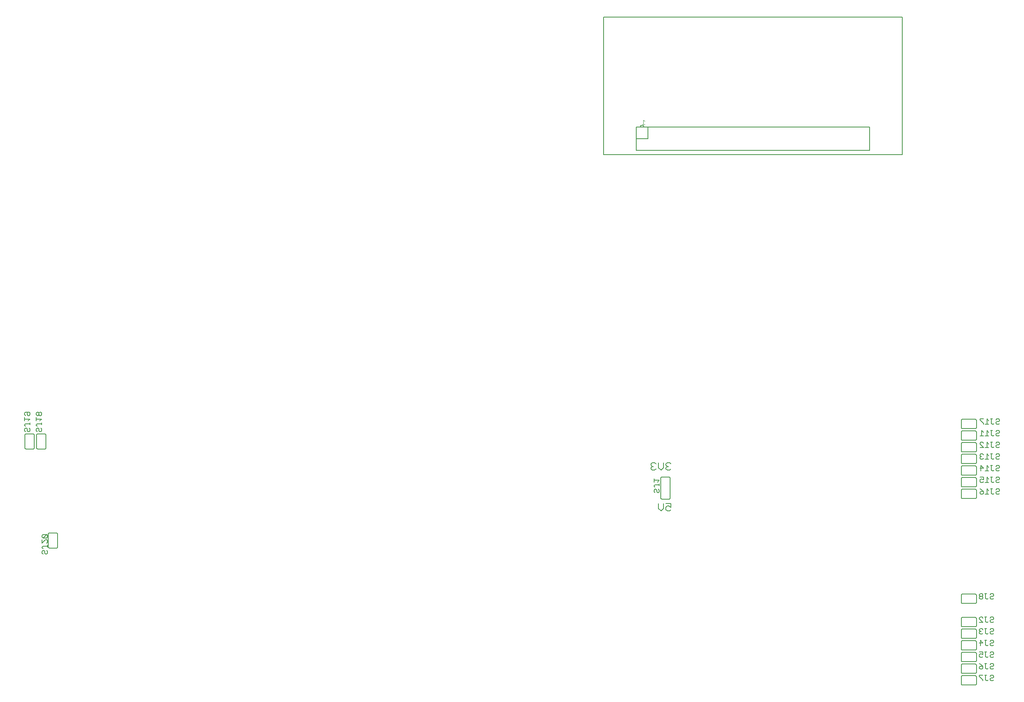
<source format=gbo>
G04 EAGLE Gerber RS-274X export*
G75*
%MOMM*%
%FSLAX34Y34*%
%LPD*%
%INSilkscreen Bottom*%
%IPPOS*%
%AMOC8*
5,1,8,0,0,1.08239X$1,22.5*%
G01*
%ADD10C,0.152400*%
%ADD11C,0.127000*%
%ADD12C,0.101600*%


D10*
X2132838Y585820D02*
X2130126Y588532D01*
X2124703Y588532D01*
X2121991Y585820D01*
X2121991Y583109D01*
X2124703Y580397D01*
X2127415Y580397D01*
X2124703Y580397D02*
X2121991Y577685D01*
X2121991Y574974D01*
X2124703Y572262D01*
X2130126Y572262D01*
X2132838Y574974D01*
X2116466Y577685D02*
X2116466Y588532D01*
X2116466Y577685D02*
X2111043Y572262D01*
X2105620Y577685D01*
X2105620Y588532D01*
X2100095Y585820D02*
X2097383Y588532D01*
X2091960Y588532D01*
X2089248Y585820D01*
X2089248Y583109D01*
X2091960Y580397D01*
X2094672Y580397D01*
X2091960Y580397D02*
X2089248Y577685D01*
X2089248Y574974D01*
X2091960Y572262D01*
X2097383Y572262D01*
X2100095Y574974D01*
X2121991Y499632D02*
X2132838Y499632D01*
X2132838Y491497D01*
X2127415Y494209D01*
X2124703Y494209D01*
X2121991Y491497D01*
X2121991Y486074D01*
X2124703Y483362D01*
X2130126Y483362D01*
X2132838Y486074D01*
X2116466Y488785D02*
X2116466Y499632D01*
X2116466Y488785D02*
X2111043Y483362D01*
X2105620Y488785D01*
X2105620Y499632D01*
D11*
X2057400Y1269300D02*
X2057400Y1294700D01*
X2057400Y1320100D01*
X2066925Y1320100D01*
X2073275Y1320100D01*
X2082800Y1320100D01*
X2565400Y1320100D01*
X2565400Y1269300D01*
X2057400Y1269300D01*
X2057400Y1294700D02*
X2082800Y1294700D01*
X2082800Y1320100D01*
X2066925Y1320100D02*
X2066925Y1323275D01*
X2073275Y1323275D01*
X2073275Y1320100D01*
D12*
X2075772Y1332424D02*
X2072722Y1335475D01*
X2072722Y1326323D01*
X2075772Y1326323D02*
X2069671Y1326323D01*
D11*
X1986400Y1259700D02*
X1986400Y1559700D01*
X2636400Y1559700D01*
X2636400Y1259700D01*
X1986400Y1259700D01*
D10*
X2131060Y554990D02*
X2131060Y511810D01*
X2113280Y509270D02*
X2113180Y509272D01*
X2113081Y509278D01*
X2112981Y509288D01*
X2112883Y509301D01*
X2112784Y509319D01*
X2112687Y509340D01*
X2112591Y509365D01*
X2112495Y509394D01*
X2112401Y509427D01*
X2112308Y509463D01*
X2112217Y509503D01*
X2112127Y509547D01*
X2112039Y509594D01*
X2111953Y509644D01*
X2111869Y509698D01*
X2111787Y509755D01*
X2111708Y509815D01*
X2111630Y509879D01*
X2111556Y509945D01*
X2111484Y510014D01*
X2111415Y510086D01*
X2111349Y510160D01*
X2111285Y510238D01*
X2111225Y510317D01*
X2111168Y510399D01*
X2111114Y510483D01*
X2111064Y510569D01*
X2111017Y510657D01*
X2110973Y510747D01*
X2110933Y510838D01*
X2110897Y510931D01*
X2110864Y511025D01*
X2110835Y511121D01*
X2110810Y511217D01*
X2110789Y511314D01*
X2110771Y511413D01*
X2110758Y511511D01*
X2110748Y511611D01*
X2110742Y511710D01*
X2110740Y511810D01*
X2110740Y554990D02*
X2110742Y555090D01*
X2110748Y555189D01*
X2110758Y555289D01*
X2110771Y555387D01*
X2110789Y555486D01*
X2110810Y555583D01*
X2110835Y555679D01*
X2110864Y555775D01*
X2110897Y555869D01*
X2110933Y555962D01*
X2110973Y556053D01*
X2111017Y556143D01*
X2111064Y556231D01*
X2111114Y556317D01*
X2111168Y556401D01*
X2111225Y556483D01*
X2111285Y556562D01*
X2111349Y556640D01*
X2111415Y556714D01*
X2111484Y556786D01*
X2111556Y556855D01*
X2111630Y556921D01*
X2111708Y556985D01*
X2111787Y557045D01*
X2111869Y557102D01*
X2111953Y557156D01*
X2112039Y557206D01*
X2112127Y557253D01*
X2112217Y557297D01*
X2112308Y557337D01*
X2112401Y557373D01*
X2112495Y557406D01*
X2112591Y557435D01*
X2112687Y557460D01*
X2112784Y557481D01*
X2112883Y557499D01*
X2112981Y557512D01*
X2113081Y557522D01*
X2113180Y557528D01*
X2113280Y557530D01*
X2128520Y557530D02*
X2128620Y557528D01*
X2128719Y557522D01*
X2128819Y557512D01*
X2128917Y557499D01*
X2129016Y557481D01*
X2129113Y557460D01*
X2129209Y557435D01*
X2129305Y557406D01*
X2129399Y557373D01*
X2129492Y557337D01*
X2129583Y557297D01*
X2129673Y557253D01*
X2129761Y557206D01*
X2129847Y557156D01*
X2129931Y557102D01*
X2130013Y557045D01*
X2130092Y556985D01*
X2130170Y556921D01*
X2130244Y556855D01*
X2130316Y556786D01*
X2130385Y556714D01*
X2130451Y556640D01*
X2130515Y556562D01*
X2130575Y556483D01*
X2130632Y556401D01*
X2130686Y556317D01*
X2130736Y556231D01*
X2130783Y556143D01*
X2130827Y556053D01*
X2130867Y555962D01*
X2130903Y555869D01*
X2130936Y555775D01*
X2130965Y555679D01*
X2130990Y555583D01*
X2131011Y555486D01*
X2131029Y555387D01*
X2131042Y555289D01*
X2131052Y555189D01*
X2131058Y555090D01*
X2131060Y554990D01*
X2131060Y511810D02*
X2131058Y511710D01*
X2131052Y511611D01*
X2131042Y511511D01*
X2131029Y511413D01*
X2131011Y511314D01*
X2130990Y511217D01*
X2130965Y511121D01*
X2130936Y511025D01*
X2130903Y510931D01*
X2130867Y510838D01*
X2130827Y510747D01*
X2130783Y510657D01*
X2130736Y510569D01*
X2130686Y510483D01*
X2130632Y510399D01*
X2130575Y510317D01*
X2130515Y510238D01*
X2130451Y510160D01*
X2130385Y510086D01*
X2130316Y510014D01*
X2130244Y509945D01*
X2130170Y509879D01*
X2130092Y509815D01*
X2130013Y509755D01*
X2129931Y509698D01*
X2129847Y509644D01*
X2129761Y509594D01*
X2129673Y509547D01*
X2129583Y509503D01*
X2129492Y509463D01*
X2129399Y509427D01*
X2129305Y509394D01*
X2129209Y509365D01*
X2129113Y509340D01*
X2129016Y509319D01*
X2128917Y509301D01*
X2128819Y509288D01*
X2128719Y509278D01*
X2128620Y509272D01*
X2128520Y509270D01*
X2113280Y509270D01*
X2113280Y557530D02*
X2128520Y557530D01*
X2110740Y554990D02*
X2110740Y511810D01*
D11*
X2107575Y528803D02*
X2105668Y530710D01*
X2107575Y528803D02*
X2107575Y524990D01*
X2105668Y523083D01*
X2103762Y523083D01*
X2101855Y524990D01*
X2101855Y528803D01*
X2099948Y530710D01*
X2098042Y530710D01*
X2096135Y528803D01*
X2096135Y524990D01*
X2098042Y523083D01*
X2098042Y534777D02*
X2096135Y536684D01*
X2096135Y538590D01*
X2098042Y540497D01*
X2107575Y540497D01*
X2107575Y538590D02*
X2107575Y542404D01*
X2103762Y546471D02*
X2107575Y550284D01*
X2096135Y550284D01*
X2096135Y546471D02*
X2096135Y554097D01*
D10*
X2767330Y231140D02*
X2795270Y231140D01*
X2767330Y251460D02*
X2767230Y251458D01*
X2767131Y251452D01*
X2767031Y251442D01*
X2766933Y251429D01*
X2766834Y251411D01*
X2766737Y251390D01*
X2766641Y251365D01*
X2766545Y251336D01*
X2766451Y251303D01*
X2766358Y251267D01*
X2766267Y251227D01*
X2766177Y251183D01*
X2766089Y251136D01*
X2766003Y251086D01*
X2765919Y251032D01*
X2765837Y250975D01*
X2765758Y250915D01*
X2765680Y250851D01*
X2765606Y250785D01*
X2765534Y250716D01*
X2765465Y250644D01*
X2765399Y250570D01*
X2765335Y250492D01*
X2765275Y250413D01*
X2765218Y250331D01*
X2765164Y250247D01*
X2765114Y250161D01*
X2765067Y250073D01*
X2765023Y249983D01*
X2764983Y249892D01*
X2764947Y249799D01*
X2764914Y249705D01*
X2764885Y249609D01*
X2764860Y249513D01*
X2764839Y249416D01*
X2764821Y249317D01*
X2764808Y249219D01*
X2764798Y249119D01*
X2764792Y249020D01*
X2764790Y248920D01*
X2795270Y251460D02*
X2795370Y251458D01*
X2795469Y251452D01*
X2795569Y251442D01*
X2795667Y251429D01*
X2795766Y251411D01*
X2795863Y251390D01*
X2795959Y251365D01*
X2796055Y251336D01*
X2796149Y251303D01*
X2796242Y251267D01*
X2796333Y251227D01*
X2796423Y251183D01*
X2796511Y251136D01*
X2796597Y251086D01*
X2796681Y251032D01*
X2796763Y250975D01*
X2796842Y250915D01*
X2796920Y250851D01*
X2796994Y250785D01*
X2797066Y250716D01*
X2797135Y250644D01*
X2797201Y250570D01*
X2797265Y250492D01*
X2797325Y250413D01*
X2797382Y250331D01*
X2797436Y250247D01*
X2797486Y250161D01*
X2797533Y250073D01*
X2797577Y249983D01*
X2797617Y249892D01*
X2797653Y249799D01*
X2797686Y249705D01*
X2797715Y249609D01*
X2797740Y249513D01*
X2797761Y249416D01*
X2797779Y249317D01*
X2797792Y249219D01*
X2797802Y249119D01*
X2797808Y249020D01*
X2797810Y248920D01*
X2797810Y233680D02*
X2797808Y233580D01*
X2797802Y233481D01*
X2797792Y233381D01*
X2797779Y233283D01*
X2797761Y233184D01*
X2797740Y233087D01*
X2797715Y232991D01*
X2797686Y232895D01*
X2797653Y232801D01*
X2797617Y232708D01*
X2797577Y232617D01*
X2797533Y232527D01*
X2797486Y232439D01*
X2797436Y232353D01*
X2797382Y232269D01*
X2797325Y232187D01*
X2797265Y232108D01*
X2797201Y232030D01*
X2797135Y231956D01*
X2797066Y231884D01*
X2796994Y231815D01*
X2796920Y231749D01*
X2796842Y231685D01*
X2796763Y231625D01*
X2796681Y231568D01*
X2796597Y231514D01*
X2796511Y231464D01*
X2796423Y231417D01*
X2796333Y231373D01*
X2796242Y231333D01*
X2796149Y231297D01*
X2796055Y231264D01*
X2795959Y231235D01*
X2795863Y231210D01*
X2795766Y231189D01*
X2795667Y231171D01*
X2795569Y231158D01*
X2795469Y231148D01*
X2795370Y231142D01*
X2795270Y231140D01*
X2767330Y231140D02*
X2767230Y231142D01*
X2767131Y231148D01*
X2767031Y231158D01*
X2766933Y231171D01*
X2766834Y231189D01*
X2766737Y231210D01*
X2766641Y231235D01*
X2766545Y231264D01*
X2766451Y231297D01*
X2766358Y231333D01*
X2766267Y231373D01*
X2766177Y231417D01*
X2766089Y231464D01*
X2766003Y231514D01*
X2765919Y231568D01*
X2765837Y231625D01*
X2765758Y231685D01*
X2765680Y231749D01*
X2765606Y231815D01*
X2765534Y231884D01*
X2765465Y231956D01*
X2765399Y232030D01*
X2765335Y232108D01*
X2765275Y232187D01*
X2765218Y232269D01*
X2765164Y232353D01*
X2765114Y232439D01*
X2765067Y232527D01*
X2765023Y232617D01*
X2764983Y232708D01*
X2764947Y232801D01*
X2764914Y232895D01*
X2764885Y232991D01*
X2764860Y233087D01*
X2764839Y233184D01*
X2764821Y233283D01*
X2764808Y233381D01*
X2764798Y233481D01*
X2764792Y233580D01*
X2764790Y233680D01*
X2764790Y248920D01*
X2797810Y248920D02*
X2797810Y233680D01*
X2795270Y251460D02*
X2767330Y251460D01*
D11*
X2827649Y250198D02*
X2829555Y252105D01*
X2833368Y252105D01*
X2835275Y250198D01*
X2835275Y248292D01*
X2833368Y246385D01*
X2829555Y246385D01*
X2827649Y244478D01*
X2827649Y242572D01*
X2829555Y240665D01*
X2833368Y240665D01*
X2835275Y242572D01*
X2823581Y242572D02*
X2821674Y240665D01*
X2819768Y240665D01*
X2817861Y242572D01*
X2817861Y252105D01*
X2815955Y252105D02*
X2819768Y252105D01*
X2811887Y240665D02*
X2804261Y240665D01*
X2811887Y240665D02*
X2804261Y248292D01*
X2804261Y250198D01*
X2806167Y252105D01*
X2809980Y252105D01*
X2811887Y250198D01*
D10*
X2795270Y205740D02*
X2767330Y205740D01*
X2764790Y223520D02*
X2764792Y223620D01*
X2764798Y223719D01*
X2764808Y223819D01*
X2764821Y223917D01*
X2764839Y224016D01*
X2764860Y224113D01*
X2764885Y224209D01*
X2764914Y224305D01*
X2764947Y224399D01*
X2764983Y224492D01*
X2765023Y224583D01*
X2765067Y224673D01*
X2765114Y224761D01*
X2765164Y224847D01*
X2765218Y224931D01*
X2765275Y225013D01*
X2765335Y225092D01*
X2765399Y225170D01*
X2765465Y225244D01*
X2765534Y225316D01*
X2765606Y225385D01*
X2765680Y225451D01*
X2765758Y225515D01*
X2765837Y225575D01*
X2765919Y225632D01*
X2766003Y225686D01*
X2766089Y225736D01*
X2766177Y225783D01*
X2766267Y225827D01*
X2766358Y225867D01*
X2766451Y225903D01*
X2766545Y225936D01*
X2766641Y225965D01*
X2766737Y225990D01*
X2766834Y226011D01*
X2766933Y226029D01*
X2767031Y226042D01*
X2767131Y226052D01*
X2767230Y226058D01*
X2767330Y226060D01*
X2795270Y226060D02*
X2795370Y226058D01*
X2795469Y226052D01*
X2795569Y226042D01*
X2795667Y226029D01*
X2795766Y226011D01*
X2795863Y225990D01*
X2795959Y225965D01*
X2796055Y225936D01*
X2796149Y225903D01*
X2796242Y225867D01*
X2796333Y225827D01*
X2796423Y225783D01*
X2796511Y225736D01*
X2796597Y225686D01*
X2796681Y225632D01*
X2796763Y225575D01*
X2796842Y225515D01*
X2796920Y225451D01*
X2796994Y225385D01*
X2797066Y225316D01*
X2797135Y225244D01*
X2797201Y225170D01*
X2797265Y225092D01*
X2797325Y225013D01*
X2797382Y224931D01*
X2797436Y224847D01*
X2797486Y224761D01*
X2797533Y224673D01*
X2797577Y224583D01*
X2797617Y224492D01*
X2797653Y224399D01*
X2797686Y224305D01*
X2797715Y224209D01*
X2797740Y224113D01*
X2797761Y224016D01*
X2797779Y223917D01*
X2797792Y223819D01*
X2797802Y223719D01*
X2797808Y223620D01*
X2797810Y223520D01*
X2797810Y208280D02*
X2797808Y208180D01*
X2797802Y208081D01*
X2797792Y207981D01*
X2797779Y207883D01*
X2797761Y207784D01*
X2797740Y207687D01*
X2797715Y207591D01*
X2797686Y207495D01*
X2797653Y207401D01*
X2797617Y207308D01*
X2797577Y207217D01*
X2797533Y207127D01*
X2797486Y207039D01*
X2797436Y206953D01*
X2797382Y206869D01*
X2797325Y206787D01*
X2797265Y206708D01*
X2797201Y206630D01*
X2797135Y206556D01*
X2797066Y206484D01*
X2796994Y206415D01*
X2796920Y206349D01*
X2796842Y206285D01*
X2796763Y206225D01*
X2796681Y206168D01*
X2796597Y206114D01*
X2796511Y206064D01*
X2796423Y206017D01*
X2796333Y205973D01*
X2796242Y205933D01*
X2796149Y205897D01*
X2796055Y205864D01*
X2795959Y205835D01*
X2795863Y205810D01*
X2795766Y205789D01*
X2795667Y205771D01*
X2795569Y205758D01*
X2795469Y205748D01*
X2795370Y205742D01*
X2795270Y205740D01*
X2767330Y205740D02*
X2767230Y205742D01*
X2767131Y205748D01*
X2767031Y205758D01*
X2766933Y205771D01*
X2766834Y205789D01*
X2766737Y205810D01*
X2766641Y205835D01*
X2766545Y205864D01*
X2766451Y205897D01*
X2766358Y205933D01*
X2766267Y205973D01*
X2766177Y206017D01*
X2766089Y206064D01*
X2766003Y206114D01*
X2765919Y206168D01*
X2765837Y206225D01*
X2765758Y206285D01*
X2765680Y206349D01*
X2765606Y206415D01*
X2765534Y206484D01*
X2765465Y206556D01*
X2765399Y206630D01*
X2765335Y206708D01*
X2765275Y206787D01*
X2765218Y206869D01*
X2765164Y206953D01*
X2765114Y207039D01*
X2765067Y207127D01*
X2765023Y207217D01*
X2764983Y207308D01*
X2764947Y207401D01*
X2764914Y207495D01*
X2764885Y207591D01*
X2764860Y207687D01*
X2764839Y207784D01*
X2764821Y207883D01*
X2764808Y207981D01*
X2764798Y208081D01*
X2764792Y208180D01*
X2764790Y208280D01*
X2764790Y223520D01*
X2797810Y223520D02*
X2797810Y208280D01*
X2795270Y226060D02*
X2767330Y226060D01*
D11*
X2827649Y224798D02*
X2829555Y226705D01*
X2833368Y226705D01*
X2835275Y224798D01*
X2835275Y222892D01*
X2833368Y220985D01*
X2829555Y220985D01*
X2827649Y219078D01*
X2827649Y217172D01*
X2829555Y215265D01*
X2833368Y215265D01*
X2835275Y217172D01*
X2823581Y217172D02*
X2821674Y215265D01*
X2819768Y215265D01*
X2817861Y217172D01*
X2817861Y226705D01*
X2815955Y226705D02*
X2819768Y226705D01*
X2811887Y224798D02*
X2809980Y226705D01*
X2806167Y226705D01*
X2804261Y224798D01*
X2804261Y222892D01*
X2806167Y220985D01*
X2808074Y220985D01*
X2806167Y220985D02*
X2804261Y219078D01*
X2804261Y217172D01*
X2806167Y215265D01*
X2809980Y215265D01*
X2811887Y217172D01*
D10*
X2795270Y180340D02*
X2767330Y180340D01*
X2764790Y198120D02*
X2764792Y198220D01*
X2764798Y198319D01*
X2764808Y198419D01*
X2764821Y198517D01*
X2764839Y198616D01*
X2764860Y198713D01*
X2764885Y198809D01*
X2764914Y198905D01*
X2764947Y198999D01*
X2764983Y199092D01*
X2765023Y199183D01*
X2765067Y199273D01*
X2765114Y199361D01*
X2765164Y199447D01*
X2765218Y199531D01*
X2765275Y199613D01*
X2765335Y199692D01*
X2765399Y199770D01*
X2765465Y199844D01*
X2765534Y199916D01*
X2765606Y199985D01*
X2765680Y200051D01*
X2765758Y200115D01*
X2765837Y200175D01*
X2765919Y200232D01*
X2766003Y200286D01*
X2766089Y200336D01*
X2766177Y200383D01*
X2766267Y200427D01*
X2766358Y200467D01*
X2766451Y200503D01*
X2766545Y200536D01*
X2766641Y200565D01*
X2766737Y200590D01*
X2766834Y200611D01*
X2766933Y200629D01*
X2767031Y200642D01*
X2767131Y200652D01*
X2767230Y200658D01*
X2767330Y200660D01*
X2795270Y200660D02*
X2795370Y200658D01*
X2795469Y200652D01*
X2795569Y200642D01*
X2795667Y200629D01*
X2795766Y200611D01*
X2795863Y200590D01*
X2795959Y200565D01*
X2796055Y200536D01*
X2796149Y200503D01*
X2796242Y200467D01*
X2796333Y200427D01*
X2796423Y200383D01*
X2796511Y200336D01*
X2796597Y200286D01*
X2796681Y200232D01*
X2796763Y200175D01*
X2796842Y200115D01*
X2796920Y200051D01*
X2796994Y199985D01*
X2797066Y199916D01*
X2797135Y199844D01*
X2797201Y199770D01*
X2797265Y199692D01*
X2797325Y199613D01*
X2797382Y199531D01*
X2797436Y199447D01*
X2797486Y199361D01*
X2797533Y199273D01*
X2797577Y199183D01*
X2797617Y199092D01*
X2797653Y198999D01*
X2797686Y198905D01*
X2797715Y198809D01*
X2797740Y198713D01*
X2797761Y198616D01*
X2797779Y198517D01*
X2797792Y198419D01*
X2797802Y198319D01*
X2797808Y198220D01*
X2797810Y198120D01*
X2797810Y182880D02*
X2797808Y182780D01*
X2797802Y182681D01*
X2797792Y182581D01*
X2797779Y182483D01*
X2797761Y182384D01*
X2797740Y182287D01*
X2797715Y182191D01*
X2797686Y182095D01*
X2797653Y182001D01*
X2797617Y181908D01*
X2797577Y181817D01*
X2797533Y181727D01*
X2797486Y181639D01*
X2797436Y181553D01*
X2797382Y181469D01*
X2797325Y181387D01*
X2797265Y181308D01*
X2797201Y181230D01*
X2797135Y181156D01*
X2797066Y181084D01*
X2796994Y181015D01*
X2796920Y180949D01*
X2796842Y180885D01*
X2796763Y180825D01*
X2796681Y180768D01*
X2796597Y180714D01*
X2796511Y180664D01*
X2796423Y180617D01*
X2796333Y180573D01*
X2796242Y180533D01*
X2796149Y180497D01*
X2796055Y180464D01*
X2795959Y180435D01*
X2795863Y180410D01*
X2795766Y180389D01*
X2795667Y180371D01*
X2795569Y180358D01*
X2795469Y180348D01*
X2795370Y180342D01*
X2795270Y180340D01*
X2767330Y180340D02*
X2767230Y180342D01*
X2767131Y180348D01*
X2767031Y180358D01*
X2766933Y180371D01*
X2766834Y180389D01*
X2766737Y180410D01*
X2766641Y180435D01*
X2766545Y180464D01*
X2766451Y180497D01*
X2766358Y180533D01*
X2766267Y180573D01*
X2766177Y180617D01*
X2766089Y180664D01*
X2766003Y180714D01*
X2765919Y180768D01*
X2765837Y180825D01*
X2765758Y180885D01*
X2765680Y180949D01*
X2765606Y181015D01*
X2765534Y181084D01*
X2765465Y181156D01*
X2765399Y181230D01*
X2765335Y181308D01*
X2765275Y181387D01*
X2765218Y181469D01*
X2765164Y181553D01*
X2765114Y181639D01*
X2765067Y181727D01*
X2765023Y181817D01*
X2764983Y181908D01*
X2764947Y182001D01*
X2764914Y182095D01*
X2764885Y182191D01*
X2764860Y182287D01*
X2764839Y182384D01*
X2764821Y182483D01*
X2764808Y182581D01*
X2764798Y182681D01*
X2764792Y182780D01*
X2764790Y182880D01*
X2764790Y198120D01*
X2797810Y198120D02*
X2797810Y182880D01*
X2795270Y200660D02*
X2767330Y200660D01*
D11*
X2827649Y199398D02*
X2829555Y201305D01*
X2833368Y201305D01*
X2835275Y199398D01*
X2835275Y197492D01*
X2833368Y195585D01*
X2829555Y195585D01*
X2827649Y193678D01*
X2827649Y191772D01*
X2829555Y189865D01*
X2833368Y189865D01*
X2835275Y191772D01*
X2823581Y191772D02*
X2821674Y189865D01*
X2819768Y189865D01*
X2817861Y191772D01*
X2817861Y201305D01*
X2815955Y201305D02*
X2819768Y201305D01*
X2806167Y201305D02*
X2806167Y189865D01*
X2811887Y195585D02*
X2806167Y201305D01*
X2804261Y195585D02*
X2811887Y195585D01*
D10*
X2795270Y154940D02*
X2767330Y154940D01*
X2764790Y172720D02*
X2764792Y172820D01*
X2764798Y172919D01*
X2764808Y173019D01*
X2764821Y173117D01*
X2764839Y173216D01*
X2764860Y173313D01*
X2764885Y173409D01*
X2764914Y173505D01*
X2764947Y173599D01*
X2764983Y173692D01*
X2765023Y173783D01*
X2765067Y173873D01*
X2765114Y173961D01*
X2765164Y174047D01*
X2765218Y174131D01*
X2765275Y174213D01*
X2765335Y174292D01*
X2765399Y174370D01*
X2765465Y174444D01*
X2765534Y174516D01*
X2765606Y174585D01*
X2765680Y174651D01*
X2765758Y174715D01*
X2765837Y174775D01*
X2765919Y174832D01*
X2766003Y174886D01*
X2766089Y174936D01*
X2766177Y174983D01*
X2766267Y175027D01*
X2766358Y175067D01*
X2766451Y175103D01*
X2766545Y175136D01*
X2766641Y175165D01*
X2766737Y175190D01*
X2766834Y175211D01*
X2766933Y175229D01*
X2767031Y175242D01*
X2767131Y175252D01*
X2767230Y175258D01*
X2767330Y175260D01*
X2795270Y175260D02*
X2795370Y175258D01*
X2795469Y175252D01*
X2795569Y175242D01*
X2795667Y175229D01*
X2795766Y175211D01*
X2795863Y175190D01*
X2795959Y175165D01*
X2796055Y175136D01*
X2796149Y175103D01*
X2796242Y175067D01*
X2796333Y175027D01*
X2796423Y174983D01*
X2796511Y174936D01*
X2796597Y174886D01*
X2796681Y174832D01*
X2796763Y174775D01*
X2796842Y174715D01*
X2796920Y174651D01*
X2796994Y174585D01*
X2797066Y174516D01*
X2797135Y174444D01*
X2797201Y174370D01*
X2797265Y174292D01*
X2797325Y174213D01*
X2797382Y174131D01*
X2797436Y174047D01*
X2797486Y173961D01*
X2797533Y173873D01*
X2797577Y173783D01*
X2797617Y173692D01*
X2797653Y173599D01*
X2797686Y173505D01*
X2797715Y173409D01*
X2797740Y173313D01*
X2797761Y173216D01*
X2797779Y173117D01*
X2797792Y173019D01*
X2797802Y172919D01*
X2797808Y172820D01*
X2797810Y172720D01*
X2797810Y157480D02*
X2797808Y157380D01*
X2797802Y157281D01*
X2797792Y157181D01*
X2797779Y157083D01*
X2797761Y156984D01*
X2797740Y156887D01*
X2797715Y156791D01*
X2797686Y156695D01*
X2797653Y156601D01*
X2797617Y156508D01*
X2797577Y156417D01*
X2797533Y156327D01*
X2797486Y156239D01*
X2797436Y156153D01*
X2797382Y156069D01*
X2797325Y155987D01*
X2797265Y155908D01*
X2797201Y155830D01*
X2797135Y155756D01*
X2797066Y155684D01*
X2796994Y155615D01*
X2796920Y155549D01*
X2796842Y155485D01*
X2796763Y155425D01*
X2796681Y155368D01*
X2796597Y155314D01*
X2796511Y155264D01*
X2796423Y155217D01*
X2796333Y155173D01*
X2796242Y155133D01*
X2796149Y155097D01*
X2796055Y155064D01*
X2795959Y155035D01*
X2795863Y155010D01*
X2795766Y154989D01*
X2795667Y154971D01*
X2795569Y154958D01*
X2795469Y154948D01*
X2795370Y154942D01*
X2795270Y154940D01*
X2767330Y154940D02*
X2767230Y154942D01*
X2767131Y154948D01*
X2767031Y154958D01*
X2766933Y154971D01*
X2766834Y154989D01*
X2766737Y155010D01*
X2766641Y155035D01*
X2766545Y155064D01*
X2766451Y155097D01*
X2766358Y155133D01*
X2766267Y155173D01*
X2766177Y155217D01*
X2766089Y155264D01*
X2766003Y155314D01*
X2765919Y155368D01*
X2765837Y155425D01*
X2765758Y155485D01*
X2765680Y155549D01*
X2765606Y155615D01*
X2765534Y155684D01*
X2765465Y155756D01*
X2765399Y155830D01*
X2765335Y155908D01*
X2765275Y155987D01*
X2765218Y156069D01*
X2765164Y156153D01*
X2765114Y156239D01*
X2765067Y156327D01*
X2765023Y156417D01*
X2764983Y156508D01*
X2764947Y156601D01*
X2764914Y156695D01*
X2764885Y156791D01*
X2764860Y156887D01*
X2764839Y156984D01*
X2764821Y157083D01*
X2764808Y157181D01*
X2764798Y157281D01*
X2764792Y157380D01*
X2764790Y157480D01*
X2764790Y172720D01*
X2797810Y172720D02*
X2797810Y157480D01*
X2795270Y175260D02*
X2767330Y175260D01*
D11*
X2827649Y173998D02*
X2829555Y175905D01*
X2833368Y175905D01*
X2835275Y173998D01*
X2835275Y172092D01*
X2833368Y170185D01*
X2829555Y170185D01*
X2827649Y168278D01*
X2827649Y166372D01*
X2829555Y164465D01*
X2833368Y164465D01*
X2835275Y166372D01*
X2823581Y166372D02*
X2821674Y164465D01*
X2819768Y164465D01*
X2817861Y166372D01*
X2817861Y175905D01*
X2815955Y175905D02*
X2819768Y175905D01*
X2811887Y175905D02*
X2804261Y175905D01*
X2811887Y175905D02*
X2811887Y170185D01*
X2808074Y172092D01*
X2806167Y172092D01*
X2804261Y170185D01*
X2804261Y166372D01*
X2806167Y164465D01*
X2809980Y164465D01*
X2811887Y166372D01*
D10*
X2795270Y129540D02*
X2767330Y129540D01*
X2764790Y147320D02*
X2764792Y147420D01*
X2764798Y147519D01*
X2764808Y147619D01*
X2764821Y147717D01*
X2764839Y147816D01*
X2764860Y147913D01*
X2764885Y148009D01*
X2764914Y148105D01*
X2764947Y148199D01*
X2764983Y148292D01*
X2765023Y148383D01*
X2765067Y148473D01*
X2765114Y148561D01*
X2765164Y148647D01*
X2765218Y148731D01*
X2765275Y148813D01*
X2765335Y148892D01*
X2765399Y148970D01*
X2765465Y149044D01*
X2765534Y149116D01*
X2765606Y149185D01*
X2765680Y149251D01*
X2765758Y149315D01*
X2765837Y149375D01*
X2765919Y149432D01*
X2766003Y149486D01*
X2766089Y149536D01*
X2766177Y149583D01*
X2766267Y149627D01*
X2766358Y149667D01*
X2766451Y149703D01*
X2766545Y149736D01*
X2766641Y149765D01*
X2766737Y149790D01*
X2766834Y149811D01*
X2766933Y149829D01*
X2767031Y149842D01*
X2767131Y149852D01*
X2767230Y149858D01*
X2767330Y149860D01*
X2795270Y149860D02*
X2795370Y149858D01*
X2795469Y149852D01*
X2795569Y149842D01*
X2795667Y149829D01*
X2795766Y149811D01*
X2795863Y149790D01*
X2795959Y149765D01*
X2796055Y149736D01*
X2796149Y149703D01*
X2796242Y149667D01*
X2796333Y149627D01*
X2796423Y149583D01*
X2796511Y149536D01*
X2796597Y149486D01*
X2796681Y149432D01*
X2796763Y149375D01*
X2796842Y149315D01*
X2796920Y149251D01*
X2796994Y149185D01*
X2797066Y149116D01*
X2797135Y149044D01*
X2797201Y148970D01*
X2797265Y148892D01*
X2797325Y148813D01*
X2797382Y148731D01*
X2797436Y148647D01*
X2797486Y148561D01*
X2797533Y148473D01*
X2797577Y148383D01*
X2797617Y148292D01*
X2797653Y148199D01*
X2797686Y148105D01*
X2797715Y148009D01*
X2797740Y147913D01*
X2797761Y147816D01*
X2797779Y147717D01*
X2797792Y147619D01*
X2797802Y147519D01*
X2797808Y147420D01*
X2797810Y147320D01*
X2797810Y132080D02*
X2797808Y131980D01*
X2797802Y131881D01*
X2797792Y131781D01*
X2797779Y131683D01*
X2797761Y131584D01*
X2797740Y131487D01*
X2797715Y131391D01*
X2797686Y131295D01*
X2797653Y131201D01*
X2797617Y131108D01*
X2797577Y131017D01*
X2797533Y130927D01*
X2797486Y130839D01*
X2797436Y130753D01*
X2797382Y130669D01*
X2797325Y130587D01*
X2797265Y130508D01*
X2797201Y130430D01*
X2797135Y130356D01*
X2797066Y130284D01*
X2796994Y130215D01*
X2796920Y130149D01*
X2796842Y130085D01*
X2796763Y130025D01*
X2796681Y129968D01*
X2796597Y129914D01*
X2796511Y129864D01*
X2796423Y129817D01*
X2796333Y129773D01*
X2796242Y129733D01*
X2796149Y129697D01*
X2796055Y129664D01*
X2795959Y129635D01*
X2795863Y129610D01*
X2795766Y129589D01*
X2795667Y129571D01*
X2795569Y129558D01*
X2795469Y129548D01*
X2795370Y129542D01*
X2795270Y129540D01*
X2767330Y129540D02*
X2767230Y129542D01*
X2767131Y129548D01*
X2767031Y129558D01*
X2766933Y129571D01*
X2766834Y129589D01*
X2766737Y129610D01*
X2766641Y129635D01*
X2766545Y129664D01*
X2766451Y129697D01*
X2766358Y129733D01*
X2766267Y129773D01*
X2766177Y129817D01*
X2766089Y129864D01*
X2766003Y129914D01*
X2765919Y129968D01*
X2765837Y130025D01*
X2765758Y130085D01*
X2765680Y130149D01*
X2765606Y130215D01*
X2765534Y130284D01*
X2765465Y130356D01*
X2765399Y130430D01*
X2765335Y130508D01*
X2765275Y130587D01*
X2765218Y130669D01*
X2765164Y130753D01*
X2765114Y130839D01*
X2765067Y130927D01*
X2765023Y131017D01*
X2764983Y131108D01*
X2764947Y131201D01*
X2764914Y131295D01*
X2764885Y131391D01*
X2764860Y131487D01*
X2764839Y131584D01*
X2764821Y131683D01*
X2764808Y131781D01*
X2764798Y131881D01*
X2764792Y131980D01*
X2764790Y132080D01*
X2764790Y147320D01*
X2797810Y147320D02*
X2797810Y132080D01*
X2795270Y149860D02*
X2767330Y149860D01*
D11*
X2827649Y148598D02*
X2829555Y150505D01*
X2833368Y150505D01*
X2835275Y148598D01*
X2835275Y146692D01*
X2833368Y144785D01*
X2829555Y144785D01*
X2827649Y142878D01*
X2827649Y140972D01*
X2829555Y139065D01*
X2833368Y139065D01*
X2835275Y140972D01*
X2823581Y140972D02*
X2821674Y139065D01*
X2819768Y139065D01*
X2817861Y140972D01*
X2817861Y150505D01*
X2815955Y150505D02*
X2819768Y150505D01*
X2808074Y148598D02*
X2804261Y150505D01*
X2808074Y148598D02*
X2811887Y144785D01*
X2811887Y140972D01*
X2809980Y139065D01*
X2806167Y139065D01*
X2804261Y140972D01*
X2804261Y142878D01*
X2806167Y144785D01*
X2811887Y144785D01*
D10*
X2795270Y104140D02*
X2767330Y104140D01*
X2764790Y121920D02*
X2764792Y122020D01*
X2764798Y122119D01*
X2764808Y122219D01*
X2764821Y122317D01*
X2764839Y122416D01*
X2764860Y122513D01*
X2764885Y122609D01*
X2764914Y122705D01*
X2764947Y122799D01*
X2764983Y122892D01*
X2765023Y122983D01*
X2765067Y123073D01*
X2765114Y123161D01*
X2765164Y123247D01*
X2765218Y123331D01*
X2765275Y123413D01*
X2765335Y123492D01*
X2765399Y123570D01*
X2765465Y123644D01*
X2765534Y123716D01*
X2765606Y123785D01*
X2765680Y123851D01*
X2765758Y123915D01*
X2765837Y123975D01*
X2765919Y124032D01*
X2766003Y124086D01*
X2766089Y124136D01*
X2766177Y124183D01*
X2766267Y124227D01*
X2766358Y124267D01*
X2766451Y124303D01*
X2766545Y124336D01*
X2766641Y124365D01*
X2766737Y124390D01*
X2766834Y124411D01*
X2766933Y124429D01*
X2767031Y124442D01*
X2767131Y124452D01*
X2767230Y124458D01*
X2767330Y124460D01*
X2795270Y124460D02*
X2795370Y124458D01*
X2795469Y124452D01*
X2795569Y124442D01*
X2795667Y124429D01*
X2795766Y124411D01*
X2795863Y124390D01*
X2795959Y124365D01*
X2796055Y124336D01*
X2796149Y124303D01*
X2796242Y124267D01*
X2796333Y124227D01*
X2796423Y124183D01*
X2796511Y124136D01*
X2796597Y124086D01*
X2796681Y124032D01*
X2796763Y123975D01*
X2796842Y123915D01*
X2796920Y123851D01*
X2796994Y123785D01*
X2797066Y123716D01*
X2797135Y123644D01*
X2797201Y123570D01*
X2797265Y123492D01*
X2797325Y123413D01*
X2797382Y123331D01*
X2797436Y123247D01*
X2797486Y123161D01*
X2797533Y123073D01*
X2797577Y122983D01*
X2797617Y122892D01*
X2797653Y122799D01*
X2797686Y122705D01*
X2797715Y122609D01*
X2797740Y122513D01*
X2797761Y122416D01*
X2797779Y122317D01*
X2797792Y122219D01*
X2797802Y122119D01*
X2797808Y122020D01*
X2797810Y121920D01*
X2797810Y106680D02*
X2797808Y106580D01*
X2797802Y106481D01*
X2797792Y106381D01*
X2797779Y106283D01*
X2797761Y106184D01*
X2797740Y106087D01*
X2797715Y105991D01*
X2797686Y105895D01*
X2797653Y105801D01*
X2797617Y105708D01*
X2797577Y105617D01*
X2797533Y105527D01*
X2797486Y105439D01*
X2797436Y105353D01*
X2797382Y105269D01*
X2797325Y105187D01*
X2797265Y105108D01*
X2797201Y105030D01*
X2797135Y104956D01*
X2797066Y104884D01*
X2796994Y104815D01*
X2796920Y104749D01*
X2796842Y104685D01*
X2796763Y104625D01*
X2796681Y104568D01*
X2796597Y104514D01*
X2796511Y104464D01*
X2796423Y104417D01*
X2796333Y104373D01*
X2796242Y104333D01*
X2796149Y104297D01*
X2796055Y104264D01*
X2795959Y104235D01*
X2795863Y104210D01*
X2795766Y104189D01*
X2795667Y104171D01*
X2795569Y104158D01*
X2795469Y104148D01*
X2795370Y104142D01*
X2795270Y104140D01*
X2767330Y104140D02*
X2767230Y104142D01*
X2767131Y104148D01*
X2767031Y104158D01*
X2766933Y104171D01*
X2766834Y104189D01*
X2766737Y104210D01*
X2766641Y104235D01*
X2766545Y104264D01*
X2766451Y104297D01*
X2766358Y104333D01*
X2766267Y104373D01*
X2766177Y104417D01*
X2766089Y104464D01*
X2766003Y104514D01*
X2765919Y104568D01*
X2765837Y104625D01*
X2765758Y104685D01*
X2765680Y104749D01*
X2765606Y104815D01*
X2765534Y104884D01*
X2765465Y104956D01*
X2765399Y105030D01*
X2765335Y105108D01*
X2765275Y105187D01*
X2765218Y105269D01*
X2765164Y105353D01*
X2765114Y105439D01*
X2765067Y105527D01*
X2765023Y105617D01*
X2764983Y105708D01*
X2764947Y105801D01*
X2764914Y105895D01*
X2764885Y105991D01*
X2764860Y106087D01*
X2764839Y106184D01*
X2764821Y106283D01*
X2764808Y106381D01*
X2764798Y106481D01*
X2764792Y106580D01*
X2764790Y106680D01*
X2764790Y121920D01*
X2797810Y121920D02*
X2797810Y106680D01*
X2795270Y124460D02*
X2767330Y124460D01*
D11*
X2827649Y123198D02*
X2829555Y125105D01*
X2833368Y125105D01*
X2835275Y123198D01*
X2835275Y121292D01*
X2833368Y119385D01*
X2829555Y119385D01*
X2827649Y117478D01*
X2827649Y115572D01*
X2829555Y113665D01*
X2833368Y113665D01*
X2835275Y115572D01*
X2823581Y115572D02*
X2821674Y113665D01*
X2819768Y113665D01*
X2817861Y115572D01*
X2817861Y125105D01*
X2815955Y125105D02*
X2819768Y125105D01*
X2811887Y125105D02*
X2804261Y125105D01*
X2804261Y123198D01*
X2811887Y115572D01*
X2811887Y113665D01*
D10*
X2795270Y281940D02*
X2767330Y281940D01*
X2764790Y299720D02*
X2764792Y299820D01*
X2764798Y299919D01*
X2764808Y300019D01*
X2764821Y300117D01*
X2764839Y300216D01*
X2764860Y300313D01*
X2764885Y300409D01*
X2764914Y300505D01*
X2764947Y300599D01*
X2764983Y300692D01*
X2765023Y300783D01*
X2765067Y300873D01*
X2765114Y300961D01*
X2765164Y301047D01*
X2765218Y301131D01*
X2765275Y301213D01*
X2765335Y301292D01*
X2765399Y301370D01*
X2765465Y301444D01*
X2765534Y301516D01*
X2765606Y301585D01*
X2765680Y301651D01*
X2765758Y301715D01*
X2765837Y301775D01*
X2765919Y301832D01*
X2766003Y301886D01*
X2766089Y301936D01*
X2766177Y301983D01*
X2766267Y302027D01*
X2766358Y302067D01*
X2766451Y302103D01*
X2766545Y302136D01*
X2766641Y302165D01*
X2766737Y302190D01*
X2766834Y302211D01*
X2766933Y302229D01*
X2767031Y302242D01*
X2767131Y302252D01*
X2767230Y302258D01*
X2767330Y302260D01*
X2795270Y302260D02*
X2795370Y302258D01*
X2795469Y302252D01*
X2795569Y302242D01*
X2795667Y302229D01*
X2795766Y302211D01*
X2795863Y302190D01*
X2795959Y302165D01*
X2796055Y302136D01*
X2796149Y302103D01*
X2796242Y302067D01*
X2796333Y302027D01*
X2796423Y301983D01*
X2796511Y301936D01*
X2796597Y301886D01*
X2796681Y301832D01*
X2796763Y301775D01*
X2796842Y301715D01*
X2796920Y301651D01*
X2796994Y301585D01*
X2797066Y301516D01*
X2797135Y301444D01*
X2797201Y301370D01*
X2797265Y301292D01*
X2797325Y301213D01*
X2797382Y301131D01*
X2797436Y301047D01*
X2797486Y300961D01*
X2797533Y300873D01*
X2797577Y300783D01*
X2797617Y300692D01*
X2797653Y300599D01*
X2797686Y300505D01*
X2797715Y300409D01*
X2797740Y300313D01*
X2797761Y300216D01*
X2797779Y300117D01*
X2797792Y300019D01*
X2797802Y299919D01*
X2797808Y299820D01*
X2797810Y299720D01*
X2797810Y284480D02*
X2797808Y284380D01*
X2797802Y284281D01*
X2797792Y284181D01*
X2797779Y284083D01*
X2797761Y283984D01*
X2797740Y283887D01*
X2797715Y283791D01*
X2797686Y283695D01*
X2797653Y283601D01*
X2797617Y283508D01*
X2797577Y283417D01*
X2797533Y283327D01*
X2797486Y283239D01*
X2797436Y283153D01*
X2797382Y283069D01*
X2797325Y282987D01*
X2797265Y282908D01*
X2797201Y282830D01*
X2797135Y282756D01*
X2797066Y282684D01*
X2796994Y282615D01*
X2796920Y282549D01*
X2796842Y282485D01*
X2796763Y282425D01*
X2796681Y282368D01*
X2796597Y282314D01*
X2796511Y282264D01*
X2796423Y282217D01*
X2796333Y282173D01*
X2796242Y282133D01*
X2796149Y282097D01*
X2796055Y282064D01*
X2795959Y282035D01*
X2795863Y282010D01*
X2795766Y281989D01*
X2795667Y281971D01*
X2795569Y281958D01*
X2795469Y281948D01*
X2795370Y281942D01*
X2795270Y281940D01*
X2767330Y281940D02*
X2767230Y281942D01*
X2767131Y281948D01*
X2767031Y281958D01*
X2766933Y281971D01*
X2766834Y281989D01*
X2766737Y282010D01*
X2766641Y282035D01*
X2766545Y282064D01*
X2766451Y282097D01*
X2766358Y282133D01*
X2766267Y282173D01*
X2766177Y282217D01*
X2766089Y282264D01*
X2766003Y282314D01*
X2765919Y282368D01*
X2765837Y282425D01*
X2765758Y282485D01*
X2765680Y282549D01*
X2765606Y282615D01*
X2765534Y282684D01*
X2765465Y282756D01*
X2765399Y282830D01*
X2765335Y282908D01*
X2765275Y282987D01*
X2765218Y283069D01*
X2765164Y283153D01*
X2765114Y283239D01*
X2765067Y283327D01*
X2765023Y283417D01*
X2764983Y283508D01*
X2764947Y283601D01*
X2764914Y283695D01*
X2764885Y283791D01*
X2764860Y283887D01*
X2764839Y283984D01*
X2764821Y284083D01*
X2764808Y284181D01*
X2764798Y284281D01*
X2764792Y284380D01*
X2764790Y284480D01*
X2764790Y299720D01*
X2797810Y299720D02*
X2797810Y284480D01*
X2795270Y302260D02*
X2767330Y302260D01*
D11*
X2827649Y300998D02*
X2829555Y302905D01*
X2833368Y302905D01*
X2835275Y300998D01*
X2835275Y299092D01*
X2833368Y297185D01*
X2829555Y297185D01*
X2827649Y295278D01*
X2827649Y293372D01*
X2829555Y291465D01*
X2833368Y291465D01*
X2835275Y293372D01*
X2823581Y293372D02*
X2821674Y291465D01*
X2819768Y291465D01*
X2817861Y293372D01*
X2817861Y302905D01*
X2815955Y302905D02*
X2819768Y302905D01*
X2811887Y300998D02*
X2809980Y302905D01*
X2806167Y302905D01*
X2804261Y300998D01*
X2804261Y299092D01*
X2806167Y297185D01*
X2804261Y295278D01*
X2804261Y293372D01*
X2806167Y291465D01*
X2809980Y291465D01*
X2811887Y293372D01*
X2811887Y295278D01*
X2809980Y297185D01*
X2811887Y299092D01*
X2811887Y300998D01*
X2809980Y297185D02*
X2806167Y297185D01*
D10*
X2795270Y637540D02*
X2767330Y637540D01*
X2764790Y655320D02*
X2764792Y655420D01*
X2764798Y655519D01*
X2764808Y655619D01*
X2764821Y655717D01*
X2764839Y655816D01*
X2764860Y655913D01*
X2764885Y656009D01*
X2764914Y656105D01*
X2764947Y656199D01*
X2764983Y656292D01*
X2765023Y656383D01*
X2765067Y656473D01*
X2765114Y656561D01*
X2765164Y656647D01*
X2765218Y656731D01*
X2765275Y656813D01*
X2765335Y656892D01*
X2765399Y656970D01*
X2765465Y657044D01*
X2765534Y657116D01*
X2765606Y657185D01*
X2765680Y657251D01*
X2765758Y657315D01*
X2765837Y657375D01*
X2765919Y657432D01*
X2766003Y657486D01*
X2766089Y657536D01*
X2766177Y657583D01*
X2766267Y657627D01*
X2766358Y657667D01*
X2766451Y657703D01*
X2766545Y657736D01*
X2766641Y657765D01*
X2766737Y657790D01*
X2766834Y657811D01*
X2766933Y657829D01*
X2767031Y657842D01*
X2767131Y657852D01*
X2767230Y657858D01*
X2767330Y657860D01*
X2795270Y657860D02*
X2795370Y657858D01*
X2795469Y657852D01*
X2795569Y657842D01*
X2795667Y657829D01*
X2795766Y657811D01*
X2795863Y657790D01*
X2795959Y657765D01*
X2796055Y657736D01*
X2796149Y657703D01*
X2796242Y657667D01*
X2796333Y657627D01*
X2796423Y657583D01*
X2796511Y657536D01*
X2796597Y657486D01*
X2796681Y657432D01*
X2796763Y657375D01*
X2796842Y657315D01*
X2796920Y657251D01*
X2796994Y657185D01*
X2797066Y657116D01*
X2797135Y657044D01*
X2797201Y656970D01*
X2797265Y656892D01*
X2797325Y656813D01*
X2797382Y656731D01*
X2797436Y656647D01*
X2797486Y656561D01*
X2797533Y656473D01*
X2797577Y656383D01*
X2797617Y656292D01*
X2797653Y656199D01*
X2797686Y656105D01*
X2797715Y656009D01*
X2797740Y655913D01*
X2797761Y655816D01*
X2797779Y655717D01*
X2797792Y655619D01*
X2797802Y655519D01*
X2797808Y655420D01*
X2797810Y655320D01*
X2797810Y640080D02*
X2797808Y639980D01*
X2797802Y639881D01*
X2797792Y639781D01*
X2797779Y639683D01*
X2797761Y639584D01*
X2797740Y639487D01*
X2797715Y639391D01*
X2797686Y639295D01*
X2797653Y639201D01*
X2797617Y639108D01*
X2797577Y639017D01*
X2797533Y638927D01*
X2797486Y638839D01*
X2797436Y638753D01*
X2797382Y638669D01*
X2797325Y638587D01*
X2797265Y638508D01*
X2797201Y638430D01*
X2797135Y638356D01*
X2797066Y638284D01*
X2796994Y638215D01*
X2796920Y638149D01*
X2796842Y638085D01*
X2796763Y638025D01*
X2796681Y637968D01*
X2796597Y637914D01*
X2796511Y637864D01*
X2796423Y637817D01*
X2796333Y637773D01*
X2796242Y637733D01*
X2796149Y637697D01*
X2796055Y637664D01*
X2795959Y637635D01*
X2795863Y637610D01*
X2795766Y637589D01*
X2795667Y637571D01*
X2795569Y637558D01*
X2795469Y637548D01*
X2795370Y637542D01*
X2795270Y637540D01*
X2767330Y637540D02*
X2767230Y637542D01*
X2767131Y637548D01*
X2767031Y637558D01*
X2766933Y637571D01*
X2766834Y637589D01*
X2766737Y637610D01*
X2766641Y637635D01*
X2766545Y637664D01*
X2766451Y637697D01*
X2766358Y637733D01*
X2766267Y637773D01*
X2766177Y637817D01*
X2766089Y637864D01*
X2766003Y637914D01*
X2765919Y637968D01*
X2765837Y638025D01*
X2765758Y638085D01*
X2765680Y638149D01*
X2765606Y638215D01*
X2765534Y638284D01*
X2765465Y638356D01*
X2765399Y638430D01*
X2765335Y638508D01*
X2765275Y638587D01*
X2765218Y638669D01*
X2765164Y638753D01*
X2765114Y638839D01*
X2765067Y638927D01*
X2765023Y639017D01*
X2764983Y639108D01*
X2764947Y639201D01*
X2764914Y639295D01*
X2764885Y639391D01*
X2764860Y639487D01*
X2764839Y639584D01*
X2764821Y639683D01*
X2764808Y639781D01*
X2764798Y639881D01*
X2764792Y639980D01*
X2764790Y640080D01*
X2764790Y655320D01*
X2797810Y655320D02*
X2797810Y640080D01*
X2795270Y657860D02*
X2767330Y657860D01*
D11*
X2840349Y656598D02*
X2842255Y658505D01*
X2846068Y658505D01*
X2847975Y656598D01*
X2847975Y654692D01*
X2846068Y652785D01*
X2842255Y652785D01*
X2840349Y650878D01*
X2840349Y648972D01*
X2842255Y647065D01*
X2846068Y647065D01*
X2847975Y648972D01*
X2836281Y648972D02*
X2834374Y647065D01*
X2832468Y647065D01*
X2830561Y648972D01*
X2830561Y658505D01*
X2828655Y658505D02*
X2832468Y658505D01*
X2824587Y654692D02*
X2820774Y658505D01*
X2820774Y647065D01*
X2824587Y647065D02*
X2816961Y647065D01*
X2812893Y654692D02*
X2809080Y658505D01*
X2809080Y647065D01*
X2812893Y647065D02*
X2805267Y647065D01*
D10*
X2795270Y612140D02*
X2767330Y612140D01*
X2764790Y629920D02*
X2764792Y630020D01*
X2764798Y630119D01*
X2764808Y630219D01*
X2764821Y630317D01*
X2764839Y630416D01*
X2764860Y630513D01*
X2764885Y630609D01*
X2764914Y630705D01*
X2764947Y630799D01*
X2764983Y630892D01*
X2765023Y630983D01*
X2765067Y631073D01*
X2765114Y631161D01*
X2765164Y631247D01*
X2765218Y631331D01*
X2765275Y631413D01*
X2765335Y631492D01*
X2765399Y631570D01*
X2765465Y631644D01*
X2765534Y631716D01*
X2765606Y631785D01*
X2765680Y631851D01*
X2765758Y631915D01*
X2765837Y631975D01*
X2765919Y632032D01*
X2766003Y632086D01*
X2766089Y632136D01*
X2766177Y632183D01*
X2766267Y632227D01*
X2766358Y632267D01*
X2766451Y632303D01*
X2766545Y632336D01*
X2766641Y632365D01*
X2766737Y632390D01*
X2766834Y632411D01*
X2766933Y632429D01*
X2767031Y632442D01*
X2767131Y632452D01*
X2767230Y632458D01*
X2767330Y632460D01*
X2795270Y632460D02*
X2795370Y632458D01*
X2795469Y632452D01*
X2795569Y632442D01*
X2795667Y632429D01*
X2795766Y632411D01*
X2795863Y632390D01*
X2795959Y632365D01*
X2796055Y632336D01*
X2796149Y632303D01*
X2796242Y632267D01*
X2796333Y632227D01*
X2796423Y632183D01*
X2796511Y632136D01*
X2796597Y632086D01*
X2796681Y632032D01*
X2796763Y631975D01*
X2796842Y631915D01*
X2796920Y631851D01*
X2796994Y631785D01*
X2797066Y631716D01*
X2797135Y631644D01*
X2797201Y631570D01*
X2797265Y631492D01*
X2797325Y631413D01*
X2797382Y631331D01*
X2797436Y631247D01*
X2797486Y631161D01*
X2797533Y631073D01*
X2797577Y630983D01*
X2797617Y630892D01*
X2797653Y630799D01*
X2797686Y630705D01*
X2797715Y630609D01*
X2797740Y630513D01*
X2797761Y630416D01*
X2797779Y630317D01*
X2797792Y630219D01*
X2797802Y630119D01*
X2797808Y630020D01*
X2797810Y629920D01*
X2797810Y614680D02*
X2797808Y614580D01*
X2797802Y614481D01*
X2797792Y614381D01*
X2797779Y614283D01*
X2797761Y614184D01*
X2797740Y614087D01*
X2797715Y613991D01*
X2797686Y613895D01*
X2797653Y613801D01*
X2797617Y613708D01*
X2797577Y613617D01*
X2797533Y613527D01*
X2797486Y613439D01*
X2797436Y613353D01*
X2797382Y613269D01*
X2797325Y613187D01*
X2797265Y613108D01*
X2797201Y613030D01*
X2797135Y612956D01*
X2797066Y612884D01*
X2796994Y612815D01*
X2796920Y612749D01*
X2796842Y612685D01*
X2796763Y612625D01*
X2796681Y612568D01*
X2796597Y612514D01*
X2796511Y612464D01*
X2796423Y612417D01*
X2796333Y612373D01*
X2796242Y612333D01*
X2796149Y612297D01*
X2796055Y612264D01*
X2795959Y612235D01*
X2795863Y612210D01*
X2795766Y612189D01*
X2795667Y612171D01*
X2795569Y612158D01*
X2795469Y612148D01*
X2795370Y612142D01*
X2795270Y612140D01*
X2767330Y612140D02*
X2767230Y612142D01*
X2767131Y612148D01*
X2767031Y612158D01*
X2766933Y612171D01*
X2766834Y612189D01*
X2766737Y612210D01*
X2766641Y612235D01*
X2766545Y612264D01*
X2766451Y612297D01*
X2766358Y612333D01*
X2766267Y612373D01*
X2766177Y612417D01*
X2766089Y612464D01*
X2766003Y612514D01*
X2765919Y612568D01*
X2765837Y612625D01*
X2765758Y612685D01*
X2765680Y612749D01*
X2765606Y612815D01*
X2765534Y612884D01*
X2765465Y612956D01*
X2765399Y613030D01*
X2765335Y613108D01*
X2765275Y613187D01*
X2765218Y613269D01*
X2765164Y613353D01*
X2765114Y613439D01*
X2765067Y613527D01*
X2765023Y613617D01*
X2764983Y613708D01*
X2764947Y613801D01*
X2764914Y613895D01*
X2764885Y613991D01*
X2764860Y614087D01*
X2764839Y614184D01*
X2764821Y614283D01*
X2764808Y614381D01*
X2764798Y614481D01*
X2764792Y614580D01*
X2764790Y614680D01*
X2764790Y629920D01*
X2797810Y629920D02*
X2797810Y614680D01*
X2795270Y632460D02*
X2767330Y632460D01*
D11*
X2840349Y631198D02*
X2842255Y633105D01*
X2846068Y633105D01*
X2847975Y631198D01*
X2847975Y629292D01*
X2846068Y627385D01*
X2842255Y627385D01*
X2840349Y625478D01*
X2840349Y623572D01*
X2842255Y621665D01*
X2846068Y621665D01*
X2847975Y623572D01*
X2836281Y623572D02*
X2834374Y621665D01*
X2832468Y621665D01*
X2830561Y623572D01*
X2830561Y633105D01*
X2828655Y633105D02*
X2832468Y633105D01*
X2824587Y629292D02*
X2820774Y633105D01*
X2820774Y621665D01*
X2824587Y621665D02*
X2816961Y621665D01*
X2812893Y621665D02*
X2805267Y621665D01*
X2812893Y621665D02*
X2805267Y629292D01*
X2805267Y631198D01*
X2807173Y633105D01*
X2810986Y633105D01*
X2812893Y631198D01*
D10*
X2795270Y586740D02*
X2767330Y586740D01*
X2764790Y604520D02*
X2764792Y604620D01*
X2764798Y604719D01*
X2764808Y604819D01*
X2764821Y604917D01*
X2764839Y605016D01*
X2764860Y605113D01*
X2764885Y605209D01*
X2764914Y605305D01*
X2764947Y605399D01*
X2764983Y605492D01*
X2765023Y605583D01*
X2765067Y605673D01*
X2765114Y605761D01*
X2765164Y605847D01*
X2765218Y605931D01*
X2765275Y606013D01*
X2765335Y606092D01*
X2765399Y606170D01*
X2765465Y606244D01*
X2765534Y606316D01*
X2765606Y606385D01*
X2765680Y606451D01*
X2765758Y606515D01*
X2765837Y606575D01*
X2765919Y606632D01*
X2766003Y606686D01*
X2766089Y606736D01*
X2766177Y606783D01*
X2766267Y606827D01*
X2766358Y606867D01*
X2766451Y606903D01*
X2766545Y606936D01*
X2766641Y606965D01*
X2766737Y606990D01*
X2766834Y607011D01*
X2766933Y607029D01*
X2767031Y607042D01*
X2767131Y607052D01*
X2767230Y607058D01*
X2767330Y607060D01*
X2795270Y607060D02*
X2795370Y607058D01*
X2795469Y607052D01*
X2795569Y607042D01*
X2795667Y607029D01*
X2795766Y607011D01*
X2795863Y606990D01*
X2795959Y606965D01*
X2796055Y606936D01*
X2796149Y606903D01*
X2796242Y606867D01*
X2796333Y606827D01*
X2796423Y606783D01*
X2796511Y606736D01*
X2796597Y606686D01*
X2796681Y606632D01*
X2796763Y606575D01*
X2796842Y606515D01*
X2796920Y606451D01*
X2796994Y606385D01*
X2797066Y606316D01*
X2797135Y606244D01*
X2797201Y606170D01*
X2797265Y606092D01*
X2797325Y606013D01*
X2797382Y605931D01*
X2797436Y605847D01*
X2797486Y605761D01*
X2797533Y605673D01*
X2797577Y605583D01*
X2797617Y605492D01*
X2797653Y605399D01*
X2797686Y605305D01*
X2797715Y605209D01*
X2797740Y605113D01*
X2797761Y605016D01*
X2797779Y604917D01*
X2797792Y604819D01*
X2797802Y604719D01*
X2797808Y604620D01*
X2797810Y604520D01*
X2797810Y589280D02*
X2797808Y589180D01*
X2797802Y589081D01*
X2797792Y588981D01*
X2797779Y588883D01*
X2797761Y588784D01*
X2797740Y588687D01*
X2797715Y588591D01*
X2797686Y588495D01*
X2797653Y588401D01*
X2797617Y588308D01*
X2797577Y588217D01*
X2797533Y588127D01*
X2797486Y588039D01*
X2797436Y587953D01*
X2797382Y587869D01*
X2797325Y587787D01*
X2797265Y587708D01*
X2797201Y587630D01*
X2797135Y587556D01*
X2797066Y587484D01*
X2796994Y587415D01*
X2796920Y587349D01*
X2796842Y587285D01*
X2796763Y587225D01*
X2796681Y587168D01*
X2796597Y587114D01*
X2796511Y587064D01*
X2796423Y587017D01*
X2796333Y586973D01*
X2796242Y586933D01*
X2796149Y586897D01*
X2796055Y586864D01*
X2795959Y586835D01*
X2795863Y586810D01*
X2795766Y586789D01*
X2795667Y586771D01*
X2795569Y586758D01*
X2795469Y586748D01*
X2795370Y586742D01*
X2795270Y586740D01*
X2767330Y586740D02*
X2767230Y586742D01*
X2767131Y586748D01*
X2767031Y586758D01*
X2766933Y586771D01*
X2766834Y586789D01*
X2766737Y586810D01*
X2766641Y586835D01*
X2766545Y586864D01*
X2766451Y586897D01*
X2766358Y586933D01*
X2766267Y586973D01*
X2766177Y587017D01*
X2766089Y587064D01*
X2766003Y587114D01*
X2765919Y587168D01*
X2765837Y587225D01*
X2765758Y587285D01*
X2765680Y587349D01*
X2765606Y587415D01*
X2765534Y587484D01*
X2765465Y587556D01*
X2765399Y587630D01*
X2765335Y587708D01*
X2765275Y587787D01*
X2765218Y587869D01*
X2765164Y587953D01*
X2765114Y588039D01*
X2765067Y588127D01*
X2765023Y588217D01*
X2764983Y588308D01*
X2764947Y588401D01*
X2764914Y588495D01*
X2764885Y588591D01*
X2764860Y588687D01*
X2764839Y588784D01*
X2764821Y588883D01*
X2764808Y588981D01*
X2764798Y589081D01*
X2764792Y589180D01*
X2764790Y589280D01*
X2764790Y604520D01*
X2797810Y604520D02*
X2797810Y589280D01*
X2795270Y607060D02*
X2767330Y607060D01*
D11*
X2840349Y605798D02*
X2842255Y607705D01*
X2846068Y607705D01*
X2847975Y605798D01*
X2847975Y603892D01*
X2846068Y601985D01*
X2842255Y601985D01*
X2840349Y600078D01*
X2840349Y598172D01*
X2842255Y596265D01*
X2846068Y596265D01*
X2847975Y598172D01*
X2836281Y598172D02*
X2834374Y596265D01*
X2832468Y596265D01*
X2830561Y598172D01*
X2830561Y607705D01*
X2828655Y607705D02*
X2832468Y607705D01*
X2824587Y603892D02*
X2820774Y607705D01*
X2820774Y596265D01*
X2824587Y596265D02*
X2816961Y596265D01*
X2812893Y605798D02*
X2810986Y607705D01*
X2807173Y607705D01*
X2805267Y605798D01*
X2805267Y603892D01*
X2807173Y601985D01*
X2809080Y601985D01*
X2807173Y601985D02*
X2805267Y600078D01*
X2805267Y598172D01*
X2807173Y596265D01*
X2810986Y596265D01*
X2812893Y598172D01*
D10*
X2795270Y561340D02*
X2767330Y561340D01*
X2764790Y579120D02*
X2764792Y579220D01*
X2764798Y579319D01*
X2764808Y579419D01*
X2764821Y579517D01*
X2764839Y579616D01*
X2764860Y579713D01*
X2764885Y579809D01*
X2764914Y579905D01*
X2764947Y579999D01*
X2764983Y580092D01*
X2765023Y580183D01*
X2765067Y580273D01*
X2765114Y580361D01*
X2765164Y580447D01*
X2765218Y580531D01*
X2765275Y580613D01*
X2765335Y580692D01*
X2765399Y580770D01*
X2765465Y580844D01*
X2765534Y580916D01*
X2765606Y580985D01*
X2765680Y581051D01*
X2765758Y581115D01*
X2765837Y581175D01*
X2765919Y581232D01*
X2766003Y581286D01*
X2766089Y581336D01*
X2766177Y581383D01*
X2766267Y581427D01*
X2766358Y581467D01*
X2766451Y581503D01*
X2766545Y581536D01*
X2766641Y581565D01*
X2766737Y581590D01*
X2766834Y581611D01*
X2766933Y581629D01*
X2767031Y581642D01*
X2767131Y581652D01*
X2767230Y581658D01*
X2767330Y581660D01*
X2795270Y581660D02*
X2795370Y581658D01*
X2795469Y581652D01*
X2795569Y581642D01*
X2795667Y581629D01*
X2795766Y581611D01*
X2795863Y581590D01*
X2795959Y581565D01*
X2796055Y581536D01*
X2796149Y581503D01*
X2796242Y581467D01*
X2796333Y581427D01*
X2796423Y581383D01*
X2796511Y581336D01*
X2796597Y581286D01*
X2796681Y581232D01*
X2796763Y581175D01*
X2796842Y581115D01*
X2796920Y581051D01*
X2796994Y580985D01*
X2797066Y580916D01*
X2797135Y580844D01*
X2797201Y580770D01*
X2797265Y580692D01*
X2797325Y580613D01*
X2797382Y580531D01*
X2797436Y580447D01*
X2797486Y580361D01*
X2797533Y580273D01*
X2797577Y580183D01*
X2797617Y580092D01*
X2797653Y579999D01*
X2797686Y579905D01*
X2797715Y579809D01*
X2797740Y579713D01*
X2797761Y579616D01*
X2797779Y579517D01*
X2797792Y579419D01*
X2797802Y579319D01*
X2797808Y579220D01*
X2797810Y579120D01*
X2797810Y563880D02*
X2797808Y563780D01*
X2797802Y563681D01*
X2797792Y563581D01*
X2797779Y563483D01*
X2797761Y563384D01*
X2797740Y563287D01*
X2797715Y563191D01*
X2797686Y563095D01*
X2797653Y563001D01*
X2797617Y562908D01*
X2797577Y562817D01*
X2797533Y562727D01*
X2797486Y562639D01*
X2797436Y562553D01*
X2797382Y562469D01*
X2797325Y562387D01*
X2797265Y562308D01*
X2797201Y562230D01*
X2797135Y562156D01*
X2797066Y562084D01*
X2796994Y562015D01*
X2796920Y561949D01*
X2796842Y561885D01*
X2796763Y561825D01*
X2796681Y561768D01*
X2796597Y561714D01*
X2796511Y561664D01*
X2796423Y561617D01*
X2796333Y561573D01*
X2796242Y561533D01*
X2796149Y561497D01*
X2796055Y561464D01*
X2795959Y561435D01*
X2795863Y561410D01*
X2795766Y561389D01*
X2795667Y561371D01*
X2795569Y561358D01*
X2795469Y561348D01*
X2795370Y561342D01*
X2795270Y561340D01*
X2767330Y561340D02*
X2767230Y561342D01*
X2767131Y561348D01*
X2767031Y561358D01*
X2766933Y561371D01*
X2766834Y561389D01*
X2766737Y561410D01*
X2766641Y561435D01*
X2766545Y561464D01*
X2766451Y561497D01*
X2766358Y561533D01*
X2766267Y561573D01*
X2766177Y561617D01*
X2766089Y561664D01*
X2766003Y561714D01*
X2765919Y561768D01*
X2765837Y561825D01*
X2765758Y561885D01*
X2765680Y561949D01*
X2765606Y562015D01*
X2765534Y562084D01*
X2765465Y562156D01*
X2765399Y562230D01*
X2765335Y562308D01*
X2765275Y562387D01*
X2765218Y562469D01*
X2765164Y562553D01*
X2765114Y562639D01*
X2765067Y562727D01*
X2765023Y562817D01*
X2764983Y562908D01*
X2764947Y563001D01*
X2764914Y563095D01*
X2764885Y563191D01*
X2764860Y563287D01*
X2764839Y563384D01*
X2764821Y563483D01*
X2764808Y563581D01*
X2764798Y563681D01*
X2764792Y563780D01*
X2764790Y563880D01*
X2764790Y579120D01*
X2797810Y579120D02*
X2797810Y563880D01*
X2795270Y581660D02*
X2767330Y581660D01*
D11*
X2840349Y580398D02*
X2842255Y582305D01*
X2846068Y582305D01*
X2847975Y580398D01*
X2847975Y578492D01*
X2846068Y576585D01*
X2842255Y576585D01*
X2840349Y574678D01*
X2840349Y572772D01*
X2842255Y570865D01*
X2846068Y570865D01*
X2847975Y572772D01*
X2836281Y572772D02*
X2834374Y570865D01*
X2832468Y570865D01*
X2830561Y572772D01*
X2830561Y582305D01*
X2828655Y582305D02*
X2832468Y582305D01*
X2824587Y578492D02*
X2820774Y582305D01*
X2820774Y570865D01*
X2824587Y570865D02*
X2816961Y570865D01*
X2807173Y570865D02*
X2807173Y582305D01*
X2812893Y576585D01*
X2805267Y576585D01*
D10*
X2795270Y535940D02*
X2767330Y535940D01*
X2764790Y553720D02*
X2764792Y553820D01*
X2764798Y553919D01*
X2764808Y554019D01*
X2764821Y554117D01*
X2764839Y554216D01*
X2764860Y554313D01*
X2764885Y554409D01*
X2764914Y554505D01*
X2764947Y554599D01*
X2764983Y554692D01*
X2765023Y554783D01*
X2765067Y554873D01*
X2765114Y554961D01*
X2765164Y555047D01*
X2765218Y555131D01*
X2765275Y555213D01*
X2765335Y555292D01*
X2765399Y555370D01*
X2765465Y555444D01*
X2765534Y555516D01*
X2765606Y555585D01*
X2765680Y555651D01*
X2765758Y555715D01*
X2765837Y555775D01*
X2765919Y555832D01*
X2766003Y555886D01*
X2766089Y555936D01*
X2766177Y555983D01*
X2766267Y556027D01*
X2766358Y556067D01*
X2766451Y556103D01*
X2766545Y556136D01*
X2766641Y556165D01*
X2766737Y556190D01*
X2766834Y556211D01*
X2766933Y556229D01*
X2767031Y556242D01*
X2767131Y556252D01*
X2767230Y556258D01*
X2767330Y556260D01*
X2795270Y556260D02*
X2795370Y556258D01*
X2795469Y556252D01*
X2795569Y556242D01*
X2795667Y556229D01*
X2795766Y556211D01*
X2795863Y556190D01*
X2795959Y556165D01*
X2796055Y556136D01*
X2796149Y556103D01*
X2796242Y556067D01*
X2796333Y556027D01*
X2796423Y555983D01*
X2796511Y555936D01*
X2796597Y555886D01*
X2796681Y555832D01*
X2796763Y555775D01*
X2796842Y555715D01*
X2796920Y555651D01*
X2796994Y555585D01*
X2797066Y555516D01*
X2797135Y555444D01*
X2797201Y555370D01*
X2797265Y555292D01*
X2797325Y555213D01*
X2797382Y555131D01*
X2797436Y555047D01*
X2797486Y554961D01*
X2797533Y554873D01*
X2797577Y554783D01*
X2797617Y554692D01*
X2797653Y554599D01*
X2797686Y554505D01*
X2797715Y554409D01*
X2797740Y554313D01*
X2797761Y554216D01*
X2797779Y554117D01*
X2797792Y554019D01*
X2797802Y553919D01*
X2797808Y553820D01*
X2797810Y553720D01*
X2797810Y538480D02*
X2797808Y538380D01*
X2797802Y538281D01*
X2797792Y538181D01*
X2797779Y538083D01*
X2797761Y537984D01*
X2797740Y537887D01*
X2797715Y537791D01*
X2797686Y537695D01*
X2797653Y537601D01*
X2797617Y537508D01*
X2797577Y537417D01*
X2797533Y537327D01*
X2797486Y537239D01*
X2797436Y537153D01*
X2797382Y537069D01*
X2797325Y536987D01*
X2797265Y536908D01*
X2797201Y536830D01*
X2797135Y536756D01*
X2797066Y536684D01*
X2796994Y536615D01*
X2796920Y536549D01*
X2796842Y536485D01*
X2796763Y536425D01*
X2796681Y536368D01*
X2796597Y536314D01*
X2796511Y536264D01*
X2796423Y536217D01*
X2796333Y536173D01*
X2796242Y536133D01*
X2796149Y536097D01*
X2796055Y536064D01*
X2795959Y536035D01*
X2795863Y536010D01*
X2795766Y535989D01*
X2795667Y535971D01*
X2795569Y535958D01*
X2795469Y535948D01*
X2795370Y535942D01*
X2795270Y535940D01*
X2767330Y535940D02*
X2767230Y535942D01*
X2767131Y535948D01*
X2767031Y535958D01*
X2766933Y535971D01*
X2766834Y535989D01*
X2766737Y536010D01*
X2766641Y536035D01*
X2766545Y536064D01*
X2766451Y536097D01*
X2766358Y536133D01*
X2766267Y536173D01*
X2766177Y536217D01*
X2766089Y536264D01*
X2766003Y536314D01*
X2765919Y536368D01*
X2765837Y536425D01*
X2765758Y536485D01*
X2765680Y536549D01*
X2765606Y536615D01*
X2765534Y536684D01*
X2765465Y536756D01*
X2765399Y536830D01*
X2765335Y536908D01*
X2765275Y536987D01*
X2765218Y537069D01*
X2765164Y537153D01*
X2765114Y537239D01*
X2765067Y537327D01*
X2765023Y537417D01*
X2764983Y537508D01*
X2764947Y537601D01*
X2764914Y537695D01*
X2764885Y537791D01*
X2764860Y537887D01*
X2764839Y537984D01*
X2764821Y538083D01*
X2764808Y538181D01*
X2764798Y538281D01*
X2764792Y538380D01*
X2764790Y538480D01*
X2764790Y553720D01*
X2797810Y553720D02*
X2797810Y538480D01*
X2795270Y556260D02*
X2767330Y556260D01*
D11*
X2840349Y554998D02*
X2842255Y556905D01*
X2846068Y556905D01*
X2847975Y554998D01*
X2847975Y553092D01*
X2846068Y551185D01*
X2842255Y551185D01*
X2840349Y549278D01*
X2840349Y547372D01*
X2842255Y545465D01*
X2846068Y545465D01*
X2847975Y547372D01*
X2836281Y547372D02*
X2834374Y545465D01*
X2832468Y545465D01*
X2830561Y547372D01*
X2830561Y556905D01*
X2828655Y556905D02*
X2832468Y556905D01*
X2824587Y553092D02*
X2820774Y556905D01*
X2820774Y545465D01*
X2824587Y545465D02*
X2816961Y545465D01*
X2812893Y556905D02*
X2805267Y556905D01*
X2812893Y556905D02*
X2812893Y551185D01*
X2809080Y553092D01*
X2807173Y553092D01*
X2805267Y551185D01*
X2805267Y547372D01*
X2807173Y545465D01*
X2810986Y545465D01*
X2812893Y547372D01*
D10*
X2795270Y510540D02*
X2767330Y510540D01*
X2764790Y528320D02*
X2764792Y528420D01*
X2764798Y528519D01*
X2764808Y528619D01*
X2764821Y528717D01*
X2764839Y528816D01*
X2764860Y528913D01*
X2764885Y529009D01*
X2764914Y529105D01*
X2764947Y529199D01*
X2764983Y529292D01*
X2765023Y529383D01*
X2765067Y529473D01*
X2765114Y529561D01*
X2765164Y529647D01*
X2765218Y529731D01*
X2765275Y529813D01*
X2765335Y529892D01*
X2765399Y529970D01*
X2765465Y530044D01*
X2765534Y530116D01*
X2765606Y530185D01*
X2765680Y530251D01*
X2765758Y530315D01*
X2765837Y530375D01*
X2765919Y530432D01*
X2766003Y530486D01*
X2766089Y530536D01*
X2766177Y530583D01*
X2766267Y530627D01*
X2766358Y530667D01*
X2766451Y530703D01*
X2766545Y530736D01*
X2766641Y530765D01*
X2766737Y530790D01*
X2766834Y530811D01*
X2766933Y530829D01*
X2767031Y530842D01*
X2767131Y530852D01*
X2767230Y530858D01*
X2767330Y530860D01*
X2795270Y530860D02*
X2795370Y530858D01*
X2795469Y530852D01*
X2795569Y530842D01*
X2795667Y530829D01*
X2795766Y530811D01*
X2795863Y530790D01*
X2795959Y530765D01*
X2796055Y530736D01*
X2796149Y530703D01*
X2796242Y530667D01*
X2796333Y530627D01*
X2796423Y530583D01*
X2796511Y530536D01*
X2796597Y530486D01*
X2796681Y530432D01*
X2796763Y530375D01*
X2796842Y530315D01*
X2796920Y530251D01*
X2796994Y530185D01*
X2797066Y530116D01*
X2797135Y530044D01*
X2797201Y529970D01*
X2797265Y529892D01*
X2797325Y529813D01*
X2797382Y529731D01*
X2797436Y529647D01*
X2797486Y529561D01*
X2797533Y529473D01*
X2797577Y529383D01*
X2797617Y529292D01*
X2797653Y529199D01*
X2797686Y529105D01*
X2797715Y529009D01*
X2797740Y528913D01*
X2797761Y528816D01*
X2797779Y528717D01*
X2797792Y528619D01*
X2797802Y528519D01*
X2797808Y528420D01*
X2797810Y528320D01*
X2797810Y513080D02*
X2797808Y512980D01*
X2797802Y512881D01*
X2797792Y512781D01*
X2797779Y512683D01*
X2797761Y512584D01*
X2797740Y512487D01*
X2797715Y512391D01*
X2797686Y512295D01*
X2797653Y512201D01*
X2797617Y512108D01*
X2797577Y512017D01*
X2797533Y511927D01*
X2797486Y511839D01*
X2797436Y511753D01*
X2797382Y511669D01*
X2797325Y511587D01*
X2797265Y511508D01*
X2797201Y511430D01*
X2797135Y511356D01*
X2797066Y511284D01*
X2796994Y511215D01*
X2796920Y511149D01*
X2796842Y511085D01*
X2796763Y511025D01*
X2796681Y510968D01*
X2796597Y510914D01*
X2796511Y510864D01*
X2796423Y510817D01*
X2796333Y510773D01*
X2796242Y510733D01*
X2796149Y510697D01*
X2796055Y510664D01*
X2795959Y510635D01*
X2795863Y510610D01*
X2795766Y510589D01*
X2795667Y510571D01*
X2795569Y510558D01*
X2795469Y510548D01*
X2795370Y510542D01*
X2795270Y510540D01*
X2767330Y510540D02*
X2767230Y510542D01*
X2767131Y510548D01*
X2767031Y510558D01*
X2766933Y510571D01*
X2766834Y510589D01*
X2766737Y510610D01*
X2766641Y510635D01*
X2766545Y510664D01*
X2766451Y510697D01*
X2766358Y510733D01*
X2766267Y510773D01*
X2766177Y510817D01*
X2766089Y510864D01*
X2766003Y510914D01*
X2765919Y510968D01*
X2765837Y511025D01*
X2765758Y511085D01*
X2765680Y511149D01*
X2765606Y511215D01*
X2765534Y511284D01*
X2765465Y511356D01*
X2765399Y511430D01*
X2765335Y511508D01*
X2765275Y511587D01*
X2765218Y511669D01*
X2765164Y511753D01*
X2765114Y511839D01*
X2765067Y511927D01*
X2765023Y512017D01*
X2764983Y512108D01*
X2764947Y512201D01*
X2764914Y512295D01*
X2764885Y512391D01*
X2764860Y512487D01*
X2764839Y512584D01*
X2764821Y512683D01*
X2764808Y512781D01*
X2764798Y512881D01*
X2764792Y512980D01*
X2764790Y513080D01*
X2764790Y528320D01*
X2797810Y528320D02*
X2797810Y513080D01*
X2795270Y530860D02*
X2767330Y530860D01*
D11*
X2840349Y529598D02*
X2842255Y531505D01*
X2846068Y531505D01*
X2847975Y529598D01*
X2847975Y527692D01*
X2846068Y525785D01*
X2842255Y525785D01*
X2840349Y523878D01*
X2840349Y521972D01*
X2842255Y520065D01*
X2846068Y520065D01*
X2847975Y521972D01*
X2836281Y521972D02*
X2834374Y520065D01*
X2832468Y520065D01*
X2830561Y521972D01*
X2830561Y531505D01*
X2828655Y531505D02*
X2832468Y531505D01*
X2824587Y527692D02*
X2820774Y531505D01*
X2820774Y520065D01*
X2824587Y520065D02*
X2816961Y520065D01*
X2809080Y529598D02*
X2805267Y531505D01*
X2809080Y529598D02*
X2812893Y525785D01*
X2812893Y521972D01*
X2810986Y520065D01*
X2807173Y520065D01*
X2805267Y521972D01*
X2805267Y523878D01*
X2807173Y525785D01*
X2812893Y525785D01*
D10*
X2795270Y662940D02*
X2767330Y662940D01*
X2764790Y680720D02*
X2764792Y680820D01*
X2764798Y680919D01*
X2764808Y681019D01*
X2764821Y681117D01*
X2764839Y681216D01*
X2764860Y681313D01*
X2764885Y681409D01*
X2764914Y681505D01*
X2764947Y681599D01*
X2764983Y681692D01*
X2765023Y681783D01*
X2765067Y681873D01*
X2765114Y681961D01*
X2765164Y682047D01*
X2765218Y682131D01*
X2765275Y682213D01*
X2765335Y682292D01*
X2765399Y682370D01*
X2765465Y682444D01*
X2765534Y682516D01*
X2765606Y682585D01*
X2765680Y682651D01*
X2765758Y682715D01*
X2765837Y682775D01*
X2765919Y682832D01*
X2766003Y682886D01*
X2766089Y682936D01*
X2766177Y682983D01*
X2766267Y683027D01*
X2766358Y683067D01*
X2766451Y683103D01*
X2766545Y683136D01*
X2766641Y683165D01*
X2766737Y683190D01*
X2766834Y683211D01*
X2766933Y683229D01*
X2767031Y683242D01*
X2767131Y683252D01*
X2767230Y683258D01*
X2767330Y683260D01*
X2795270Y683260D02*
X2795370Y683258D01*
X2795469Y683252D01*
X2795569Y683242D01*
X2795667Y683229D01*
X2795766Y683211D01*
X2795863Y683190D01*
X2795959Y683165D01*
X2796055Y683136D01*
X2796149Y683103D01*
X2796242Y683067D01*
X2796333Y683027D01*
X2796423Y682983D01*
X2796511Y682936D01*
X2796597Y682886D01*
X2796681Y682832D01*
X2796763Y682775D01*
X2796842Y682715D01*
X2796920Y682651D01*
X2796994Y682585D01*
X2797066Y682516D01*
X2797135Y682444D01*
X2797201Y682370D01*
X2797265Y682292D01*
X2797325Y682213D01*
X2797382Y682131D01*
X2797436Y682047D01*
X2797486Y681961D01*
X2797533Y681873D01*
X2797577Y681783D01*
X2797617Y681692D01*
X2797653Y681599D01*
X2797686Y681505D01*
X2797715Y681409D01*
X2797740Y681313D01*
X2797761Y681216D01*
X2797779Y681117D01*
X2797792Y681019D01*
X2797802Y680919D01*
X2797808Y680820D01*
X2797810Y680720D01*
X2797810Y665480D02*
X2797808Y665380D01*
X2797802Y665281D01*
X2797792Y665181D01*
X2797779Y665083D01*
X2797761Y664984D01*
X2797740Y664887D01*
X2797715Y664791D01*
X2797686Y664695D01*
X2797653Y664601D01*
X2797617Y664508D01*
X2797577Y664417D01*
X2797533Y664327D01*
X2797486Y664239D01*
X2797436Y664153D01*
X2797382Y664069D01*
X2797325Y663987D01*
X2797265Y663908D01*
X2797201Y663830D01*
X2797135Y663756D01*
X2797066Y663684D01*
X2796994Y663615D01*
X2796920Y663549D01*
X2796842Y663485D01*
X2796763Y663425D01*
X2796681Y663368D01*
X2796597Y663314D01*
X2796511Y663264D01*
X2796423Y663217D01*
X2796333Y663173D01*
X2796242Y663133D01*
X2796149Y663097D01*
X2796055Y663064D01*
X2795959Y663035D01*
X2795863Y663010D01*
X2795766Y662989D01*
X2795667Y662971D01*
X2795569Y662958D01*
X2795469Y662948D01*
X2795370Y662942D01*
X2795270Y662940D01*
X2767330Y662940D02*
X2767230Y662942D01*
X2767131Y662948D01*
X2767031Y662958D01*
X2766933Y662971D01*
X2766834Y662989D01*
X2766737Y663010D01*
X2766641Y663035D01*
X2766545Y663064D01*
X2766451Y663097D01*
X2766358Y663133D01*
X2766267Y663173D01*
X2766177Y663217D01*
X2766089Y663264D01*
X2766003Y663314D01*
X2765919Y663368D01*
X2765837Y663425D01*
X2765758Y663485D01*
X2765680Y663549D01*
X2765606Y663615D01*
X2765534Y663684D01*
X2765465Y663756D01*
X2765399Y663830D01*
X2765335Y663908D01*
X2765275Y663987D01*
X2765218Y664069D01*
X2765164Y664153D01*
X2765114Y664239D01*
X2765067Y664327D01*
X2765023Y664417D01*
X2764983Y664508D01*
X2764947Y664601D01*
X2764914Y664695D01*
X2764885Y664791D01*
X2764860Y664887D01*
X2764839Y664984D01*
X2764821Y665083D01*
X2764808Y665181D01*
X2764798Y665281D01*
X2764792Y665380D01*
X2764790Y665480D01*
X2764790Y680720D01*
X2797810Y680720D02*
X2797810Y665480D01*
X2795270Y683260D02*
X2767330Y683260D01*
D11*
X2840349Y681998D02*
X2842255Y683905D01*
X2846068Y683905D01*
X2847975Y681998D01*
X2847975Y680092D01*
X2846068Y678185D01*
X2842255Y678185D01*
X2840349Y676278D01*
X2840349Y674372D01*
X2842255Y672465D01*
X2846068Y672465D01*
X2847975Y674372D01*
X2836281Y674372D02*
X2834374Y672465D01*
X2832468Y672465D01*
X2830561Y674372D01*
X2830561Y683905D01*
X2828655Y683905D02*
X2832468Y683905D01*
X2824587Y680092D02*
X2820774Y683905D01*
X2820774Y672465D01*
X2824587Y672465D02*
X2816961Y672465D01*
X2812893Y683905D02*
X2805267Y683905D01*
X2805267Y681998D01*
X2812893Y674372D01*
X2812893Y672465D01*
D10*
X772160Y648970D02*
X772160Y621030D01*
X754380Y618490D02*
X754280Y618492D01*
X754181Y618498D01*
X754081Y618508D01*
X753983Y618521D01*
X753884Y618539D01*
X753787Y618560D01*
X753691Y618585D01*
X753595Y618614D01*
X753501Y618647D01*
X753408Y618683D01*
X753317Y618723D01*
X753227Y618767D01*
X753139Y618814D01*
X753053Y618864D01*
X752969Y618918D01*
X752887Y618975D01*
X752808Y619035D01*
X752730Y619099D01*
X752656Y619165D01*
X752584Y619234D01*
X752515Y619306D01*
X752449Y619380D01*
X752385Y619458D01*
X752325Y619537D01*
X752268Y619619D01*
X752214Y619703D01*
X752164Y619789D01*
X752117Y619877D01*
X752073Y619967D01*
X752033Y620058D01*
X751997Y620151D01*
X751964Y620245D01*
X751935Y620341D01*
X751910Y620437D01*
X751889Y620534D01*
X751871Y620633D01*
X751858Y620731D01*
X751848Y620831D01*
X751842Y620930D01*
X751840Y621030D01*
X751840Y648970D02*
X751842Y649070D01*
X751848Y649169D01*
X751858Y649269D01*
X751871Y649367D01*
X751889Y649466D01*
X751910Y649563D01*
X751935Y649659D01*
X751964Y649755D01*
X751997Y649849D01*
X752033Y649942D01*
X752073Y650033D01*
X752117Y650123D01*
X752164Y650211D01*
X752214Y650297D01*
X752268Y650381D01*
X752325Y650463D01*
X752385Y650542D01*
X752449Y650620D01*
X752515Y650694D01*
X752584Y650766D01*
X752656Y650835D01*
X752730Y650901D01*
X752808Y650965D01*
X752887Y651025D01*
X752969Y651082D01*
X753053Y651136D01*
X753139Y651186D01*
X753227Y651233D01*
X753317Y651277D01*
X753408Y651317D01*
X753501Y651353D01*
X753595Y651386D01*
X753691Y651415D01*
X753787Y651440D01*
X753884Y651461D01*
X753983Y651479D01*
X754081Y651492D01*
X754181Y651502D01*
X754280Y651508D01*
X754380Y651510D01*
X769620Y651510D02*
X769720Y651508D01*
X769819Y651502D01*
X769919Y651492D01*
X770017Y651479D01*
X770116Y651461D01*
X770213Y651440D01*
X770309Y651415D01*
X770405Y651386D01*
X770499Y651353D01*
X770592Y651317D01*
X770683Y651277D01*
X770773Y651233D01*
X770861Y651186D01*
X770947Y651136D01*
X771031Y651082D01*
X771113Y651025D01*
X771192Y650965D01*
X771270Y650901D01*
X771344Y650835D01*
X771416Y650766D01*
X771485Y650694D01*
X771551Y650620D01*
X771615Y650542D01*
X771675Y650463D01*
X771732Y650381D01*
X771786Y650297D01*
X771836Y650211D01*
X771883Y650123D01*
X771927Y650033D01*
X771967Y649942D01*
X772003Y649849D01*
X772036Y649755D01*
X772065Y649659D01*
X772090Y649563D01*
X772111Y649466D01*
X772129Y649367D01*
X772142Y649269D01*
X772152Y649169D01*
X772158Y649070D01*
X772160Y648970D01*
X772160Y621030D02*
X772158Y620930D01*
X772152Y620831D01*
X772142Y620731D01*
X772129Y620633D01*
X772111Y620534D01*
X772090Y620437D01*
X772065Y620341D01*
X772036Y620245D01*
X772003Y620151D01*
X771967Y620058D01*
X771927Y619967D01*
X771883Y619877D01*
X771836Y619789D01*
X771786Y619703D01*
X771732Y619619D01*
X771675Y619537D01*
X771615Y619458D01*
X771551Y619380D01*
X771485Y619306D01*
X771416Y619234D01*
X771344Y619165D01*
X771270Y619099D01*
X771192Y619035D01*
X771113Y618975D01*
X771031Y618918D01*
X770947Y618864D01*
X770861Y618814D01*
X770773Y618767D01*
X770683Y618723D01*
X770592Y618683D01*
X770499Y618647D01*
X770405Y618614D01*
X770309Y618585D01*
X770213Y618560D01*
X770116Y618539D01*
X770017Y618521D01*
X769919Y618508D01*
X769819Y618498D01*
X769720Y618492D01*
X769620Y618490D01*
X754380Y618490D01*
X754380Y651510D02*
X769620Y651510D01*
X751840Y648970D02*
X751840Y621030D01*
D11*
X762645Y661889D02*
X760738Y663796D01*
X762645Y661889D02*
X762645Y658076D01*
X760738Y656169D01*
X758832Y656169D01*
X756925Y658076D01*
X756925Y661889D01*
X755018Y663796D01*
X753112Y663796D01*
X751205Y661889D01*
X751205Y658076D01*
X753112Y656169D01*
X753112Y667863D02*
X751205Y669770D01*
X751205Y671676D01*
X753112Y673583D01*
X762645Y673583D01*
X762645Y671676D02*
X762645Y675490D01*
X758832Y679557D02*
X762645Y683370D01*
X751205Y683370D01*
X751205Y679557D02*
X751205Y687183D01*
X760738Y691251D02*
X762645Y693158D01*
X762645Y696971D01*
X760738Y698877D01*
X758832Y698877D01*
X756925Y696971D01*
X755018Y698877D01*
X753112Y698877D01*
X751205Y696971D01*
X751205Y693158D01*
X753112Y691251D01*
X755018Y691251D01*
X756925Y693158D01*
X758832Y691251D01*
X760738Y691251D01*
X756925Y693158D02*
X756925Y696971D01*
D10*
X746760Y648970D02*
X746760Y621030D01*
X728980Y618490D02*
X728880Y618492D01*
X728781Y618498D01*
X728681Y618508D01*
X728583Y618521D01*
X728484Y618539D01*
X728387Y618560D01*
X728291Y618585D01*
X728195Y618614D01*
X728101Y618647D01*
X728008Y618683D01*
X727917Y618723D01*
X727827Y618767D01*
X727739Y618814D01*
X727653Y618864D01*
X727569Y618918D01*
X727487Y618975D01*
X727408Y619035D01*
X727330Y619099D01*
X727256Y619165D01*
X727184Y619234D01*
X727115Y619306D01*
X727049Y619380D01*
X726985Y619458D01*
X726925Y619537D01*
X726868Y619619D01*
X726814Y619703D01*
X726764Y619789D01*
X726717Y619877D01*
X726673Y619967D01*
X726633Y620058D01*
X726597Y620151D01*
X726564Y620245D01*
X726535Y620341D01*
X726510Y620437D01*
X726489Y620534D01*
X726471Y620633D01*
X726458Y620731D01*
X726448Y620831D01*
X726442Y620930D01*
X726440Y621030D01*
X726440Y648970D02*
X726442Y649070D01*
X726448Y649169D01*
X726458Y649269D01*
X726471Y649367D01*
X726489Y649466D01*
X726510Y649563D01*
X726535Y649659D01*
X726564Y649755D01*
X726597Y649849D01*
X726633Y649942D01*
X726673Y650033D01*
X726717Y650123D01*
X726764Y650211D01*
X726814Y650297D01*
X726868Y650381D01*
X726925Y650463D01*
X726985Y650542D01*
X727049Y650620D01*
X727115Y650694D01*
X727184Y650766D01*
X727256Y650835D01*
X727330Y650901D01*
X727408Y650965D01*
X727487Y651025D01*
X727569Y651082D01*
X727653Y651136D01*
X727739Y651186D01*
X727827Y651233D01*
X727917Y651277D01*
X728008Y651317D01*
X728101Y651353D01*
X728195Y651386D01*
X728291Y651415D01*
X728387Y651440D01*
X728484Y651461D01*
X728583Y651479D01*
X728681Y651492D01*
X728781Y651502D01*
X728880Y651508D01*
X728980Y651510D01*
X744220Y651510D02*
X744320Y651508D01*
X744419Y651502D01*
X744519Y651492D01*
X744617Y651479D01*
X744716Y651461D01*
X744813Y651440D01*
X744909Y651415D01*
X745005Y651386D01*
X745099Y651353D01*
X745192Y651317D01*
X745283Y651277D01*
X745373Y651233D01*
X745461Y651186D01*
X745547Y651136D01*
X745631Y651082D01*
X745713Y651025D01*
X745792Y650965D01*
X745870Y650901D01*
X745944Y650835D01*
X746016Y650766D01*
X746085Y650694D01*
X746151Y650620D01*
X746215Y650542D01*
X746275Y650463D01*
X746332Y650381D01*
X746386Y650297D01*
X746436Y650211D01*
X746483Y650123D01*
X746527Y650033D01*
X746567Y649942D01*
X746603Y649849D01*
X746636Y649755D01*
X746665Y649659D01*
X746690Y649563D01*
X746711Y649466D01*
X746729Y649367D01*
X746742Y649269D01*
X746752Y649169D01*
X746758Y649070D01*
X746760Y648970D01*
X746760Y621030D02*
X746758Y620930D01*
X746752Y620831D01*
X746742Y620731D01*
X746729Y620633D01*
X746711Y620534D01*
X746690Y620437D01*
X746665Y620341D01*
X746636Y620245D01*
X746603Y620151D01*
X746567Y620058D01*
X746527Y619967D01*
X746483Y619877D01*
X746436Y619789D01*
X746386Y619703D01*
X746332Y619619D01*
X746275Y619537D01*
X746215Y619458D01*
X746151Y619380D01*
X746085Y619306D01*
X746016Y619234D01*
X745944Y619165D01*
X745870Y619099D01*
X745792Y619035D01*
X745713Y618975D01*
X745631Y618918D01*
X745547Y618864D01*
X745461Y618814D01*
X745373Y618767D01*
X745283Y618723D01*
X745192Y618683D01*
X745099Y618647D01*
X745005Y618614D01*
X744909Y618585D01*
X744813Y618560D01*
X744716Y618539D01*
X744617Y618521D01*
X744519Y618508D01*
X744419Y618498D01*
X744320Y618492D01*
X744220Y618490D01*
X728980Y618490D01*
X728980Y651510D02*
X744220Y651510D01*
X726440Y648970D02*
X726440Y621030D01*
D11*
X737245Y661889D02*
X735338Y663796D01*
X737245Y661889D02*
X737245Y658076D01*
X735338Y656169D01*
X733432Y656169D01*
X731525Y658076D01*
X731525Y661889D01*
X729618Y663796D01*
X727712Y663796D01*
X725805Y661889D01*
X725805Y658076D01*
X727712Y656169D01*
X727712Y667863D02*
X725805Y669770D01*
X725805Y671676D01*
X727712Y673583D01*
X737245Y673583D01*
X737245Y671676D02*
X737245Y675490D01*
X733432Y679557D02*
X737245Y683370D01*
X725805Y683370D01*
X725805Y679557D02*
X725805Y687183D01*
X727712Y691251D02*
X725805Y693158D01*
X725805Y696971D01*
X727712Y698877D01*
X735338Y698877D01*
X737245Y696971D01*
X737245Y693158D01*
X735338Y691251D01*
X733432Y691251D01*
X731525Y693158D01*
X731525Y698877D01*
D10*
X797560Y433070D02*
X797560Y405130D01*
X779780Y402590D02*
X779680Y402592D01*
X779581Y402598D01*
X779481Y402608D01*
X779383Y402621D01*
X779284Y402639D01*
X779187Y402660D01*
X779091Y402685D01*
X778995Y402714D01*
X778901Y402747D01*
X778808Y402783D01*
X778717Y402823D01*
X778627Y402867D01*
X778539Y402914D01*
X778453Y402964D01*
X778369Y403018D01*
X778287Y403075D01*
X778208Y403135D01*
X778130Y403199D01*
X778056Y403265D01*
X777984Y403334D01*
X777915Y403406D01*
X777849Y403480D01*
X777785Y403558D01*
X777725Y403637D01*
X777668Y403719D01*
X777614Y403803D01*
X777564Y403889D01*
X777517Y403977D01*
X777473Y404067D01*
X777433Y404158D01*
X777397Y404251D01*
X777364Y404345D01*
X777335Y404441D01*
X777310Y404537D01*
X777289Y404634D01*
X777271Y404733D01*
X777258Y404831D01*
X777248Y404931D01*
X777242Y405030D01*
X777240Y405130D01*
X777240Y433070D02*
X777242Y433170D01*
X777248Y433269D01*
X777258Y433369D01*
X777271Y433467D01*
X777289Y433566D01*
X777310Y433663D01*
X777335Y433759D01*
X777364Y433855D01*
X777397Y433949D01*
X777433Y434042D01*
X777473Y434133D01*
X777517Y434223D01*
X777564Y434311D01*
X777614Y434397D01*
X777668Y434481D01*
X777725Y434563D01*
X777785Y434642D01*
X777849Y434720D01*
X777915Y434794D01*
X777984Y434866D01*
X778056Y434935D01*
X778130Y435001D01*
X778208Y435065D01*
X778287Y435125D01*
X778369Y435182D01*
X778453Y435236D01*
X778539Y435286D01*
X778627Y435333D01*
X778717Y435377D01*
X778808Y435417D01*
X778901Y435453D01*
X778995Y435486D01*
X779091Y435515D01*
X779187Y435540D01*
X779284Y435561D01*
X779383Y435579D01*
X779481Y435592D01*
X779581Y435602D01*
X779680Y435608D01*
X779780Y435610D01*
X795020Y435610D02*
X795120Y435608D01*
X795219Y435602D01*
X795319Y435592D01*
X795417Y435579D01*
X795516Y435561D01*
X795613Y435540D01*
X795709Y435515D01*
X795805Y435486D01*
X795899Y435453D01*
X795992Y435417D01*
X796083Y435377D01*
X796173Y435333D01*
X796261Y435286D01*
X796347Y435236D01*
X796431Y435182D01*
X796513Y435125D01*
X796592Y435065D01*
X796670Y435001D01*
X796744Y434935D01*
X796816Y434866D01*
X796885Y434794D01*
X796951Y434720D01*
X797015Y434642D01*
X797075Y434563D01*
X797132Y434481D01*
X797186Y434397D01*
X797236Y434311D01*
X797283Y434223D01*
X797327Y434133D01*
X797367Y434042D01*
X797403Y433949D01*
X797436Y433855D01*
X797465Y433759D01*
X797490Y433663D01*
X797511Y433566D01*
X797529Y433467D01*
X797542Y433369D01*
X797552Y433269D01*
X797558Y433170D01*
X797560Y433070D01*
X797560Y405130D02*
X797558Y405030D01*
X797552Y404931D01*
X797542Y404831D01*
X797529Y404733D01*
X797511Y404634D01*
X797490Y404537D01*
X797465Y404441D01*
X797436Y404345D01*
X797403Y404251D01*
X797367Y404158D01*
X797327Y404067D01*
X797283Y403977D01*
X797236Y403889D01*
X797186Y403803D01*
X797132Y403719D01*
X797075Y403637D01*
X797015Y403558D01*
X796951Y403480D01*
X796885Y403406D01*
X796816Y403334D01*
X796744Y403265D01*
X796670Y403199D01*
X796592Y403135D01*
X796513Y403075D01*
X796431Y403018D01*
X796347Y402964D01*
X796261Y402914D01*
X796173Y402867D01*
X796083Y402823D01*
X795992Y402783D01*
X795899Y402747D01*
X795805Y402714D01*
X795709Y402685D01*
X795613Y402660D01*
X795516Y402639D01*
X795417Y402621D01*
X795319Y402608D01*
X795219Y402598D01*
X795120Y402592D01*
X795020Y402590D01*
X779780Y402590D01*
X779780Y435610D02*
X795020Y435610D01*
X777240Y433070D02*
X777240Y405130D01*
D11*
X773438Y397096D02*
X775345Y395189D01*
X775345Y391376D01*
X773438Y389469D01*
X771532Y389469D01*
X769625Y391376D01*
X769625Y395189D01*
X767718Y397096D01*
X765812Y397096D01*
X763905Y395189D01*
X763905Y391376D01*
X765812Y389469D01*
X765812Y401163D02*
X763905Y403070D01*
X763905Y404976D01*
X765812Y406883D01*
X775345Y406883D01*
X775345Y404976D02*
X775345Y408790D01*
X763905Y412857D02*
X763905Y420483D01*
X763905Y412857D02*
X771532Y420483D01*
X773438Y420483D01*
X775345Y418577D01*
X775345Y414764D01*
X773438Y412857D01*
X773438Y424551D02*
X765812Y424551D01*
X773438Y424551D02*
X775345Y426458D01*
X775345Y430271D01*
X773438Y432177D01*
X765812Y432177D01*
X763905Y430271D01*
X763905Y426458D01*
X765812Y424551D01*
X773438Y432177D01*
M02*

</source>
